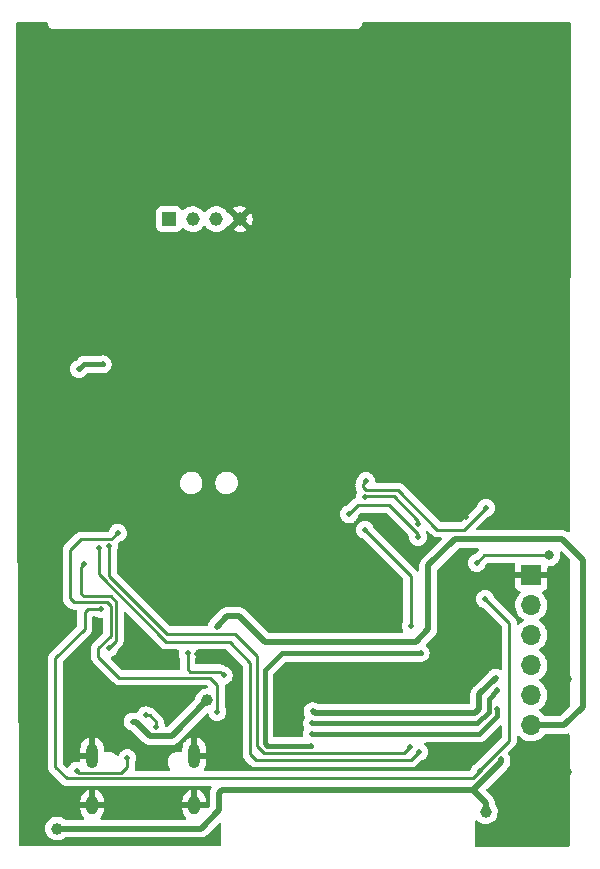
<source format=gbl>
G04 #@! TF.GenerationSoftware,KiCad,Pcbnew,6.0.11-2627ca5db0~126~ubuntu20.04.1*
G04 #@! TF.CreationDate,2023-02-16T11:57:51+01:00*
G04 #@! TF.ProjectId,C3-27-epaper-touch,43332d32-372d-4657-9061-7065722d746f,rev?*
G04 #@! TF.SameCoordinates,Original*
G04 #@! TF.FileFunction,Copper,L2,Bot*
G04 #@! TF.FilePolarity,Positive*
%FSLAX46Y46*%
G04 Gerber Fmt 4.6, Leading zero omitted, Abs format (unit mm)*
G04 Created by KiCad (PCBNEW 6.0.11-2627ca5db0~126~ubuntu20.04.1) date 2023-02-16 11:57:51*
%MOMM*%
%LPD*%
G01*
G04 APERTURE LIST*
G04 #@! TA.AperFunction,ComponentPad*
%ADD10O,1.000000X2.100000*%
G04 #@! TD*
G04 #@! TA.AperFunction,ComponentPad*
%ADD11O,1.000000X1.600000*%
G04 #@! TD*
G04 #@! TA.AperFunction,ComponentPad*
%ADD12R,1.150000X1.150000*%
G04 #@! TD*
G04 #@! TA.AperFunction,ComponentPad*
%ADD13C,1.150000*%
G04 #@! TD*
G04 #@! TA.AperFunction,ComponentPad*
%ADD14R,1.700000X1.700000*%
G04 #@! TD*
G04 #@! TA.AperFunction,ComponentPad*
%ADD15O,1.700000X1.700000*%
G04 #@! TD*
G04 #@! TA.AperFunction,ViaPad*
%ADD16C,0.500000*%
G04 #@! TD*
G04 #@! TA.AperFunction,ViaPad*
%ADD17C,1.000000*%
G04 #@! TD*
G04 #@! TA.AperFunction,ViaPad*
%ADD18C,0.800000*%
G04 #@! TD*
G04 #@! TA.AperFunction,Conductor*
%ADD19C,0.500000*%
G04 #@! TD*
G04 #@! TA.AperFunction,Conductor*
%ADD20C,0.400000*%
G04 #@! TD*
G04 #@! TA.AperFunction,Conductor*
%ADD21C,0.250000*%
G04 #@! TD*
G04 APERTURE END LIST*
D10*
X129120000Y-117620000D03*
D11*
X129120000Y-121800000D03*
X120480000Y-121800000D03*
D10*
X120480000Y-117620000D03*
D12*
X126971501Y-72200000D03*
D13*
X128971502Y-72200000D03*
X130971501Y-72200000D03*
X132971502Y-72200000D03*
D14*
X157650000Y-102350000D03*
D15*
X157650000Y-104890000D03*
X157650000Y-107430000D03*
X157650000Y-109970000D03*
X157650000Y-112510000D03*
X157650000Y-115050000D03*
D16*
X151350000Y-92025000D03*
D17*
X160270000Y-123250000D03*
D18*
X159750000Y-69950000D03*
D16*
X148050000Y-78275000D03*
X123900000Y-112100000D03*
D17*
X153810000Y-106130000D03*
X131930000Y-87340000D03*
D16*
X149300000Y-88300000D03*
X151000000Y-87150000D03*
X129330000Y-108990000D03*
X117900000Y-92100000D03*
D17*
X144740000Y-105900000D03*
D16*
X155000000Y-87050000D03*
D17*
X141024888Y-111455112D03*
X142154888Y-111455112D03*
X134090000Y-84520000D03*
D16*
X142600000Y-87250000D03*
D17*
X136360000Y-88140000D03*
D16*
X124575000Y-109300000D03*
D17*
X160570000Y-111110000D03*
X115450000Y-110220000D03*
D16*
X129960000Y-104020000D03*
X126850000Y-78800000D03*
X152150000Y-97400000D03*
X126275000Y-105275000D03*
D17*
X116100000Y-117800000D03*
X160570000Y-119050000D03*
X144730000Y-111430000D03*
D16*
X144725000Y-78250000D03*
D17*
X118800000Y-115075000D03*
D16*
X125525000Y-104325000D03*
X119350000Y-84900000D03*
X121350000Y-84500000D03*
D17*
X117500000Y-123800000D03*
X153800000Y-122410000D03*
D16*
X155100000Y-117950000D03*
X131600000Y-110830000D03*
X123900000Y-114750000D03*
X128550000Y-108970000D03*
D17*
X130200000Y-112950000D03*
D16*
X131000000Y-106730000D03*
X148080000Y-97990000D03*
X143590000Y-95750000D03*
X121040000Y-100060000D03*
X148150000Y-117300000D03*
X125900000Y-115200000D03*
X125000000Y-114225000D03*
X154770000Y-113720000D03*
X139090000Y-115780000D03*
X131080000Y-113950000D03*
X122650000Y-98750000D03*
X154770000Y-112100000D03*
X139080000Y-114900000D03*
X154630000Y-111030000D03*
X139130000Y-113880000D03*
X143650000Y-94400000D03*
X153800000Y-96650000D03*
X148270000Y-108960000D03*
X139040000Y-116780000D03*
X143550000Y-98500000D03*
X147440000Y-106650000D03*
X123450000Y-117850000D03*
X119150000Y-118900000D03*
X153730000Y-104360000D03*
X153325000Y-118925000D03*
X121200000Y-105200000D03*
X142200000Y-97200000D03*
X153030000Y-101310000D03*
X119800000Y-101425000D03*
X148040000Y-99110000D03*
X121900000Y-108500000D03*
D18*
X159170000Y-100680000D03*
D16*
X121925000Y-99875000D03*
X147350000Y-116900000D03*
D19*
X129650000Y-123800000D02*
X131200000Y-122250000D01*
X148900000Y-120500000D02*
X150250000Y-120500000D01*
X117500000Y-123800000D02*
X129650000Y-123800000D01*
X152690000Y-120500000D02*
X153800000Y-121610000D01*
X150250000Y-120500000D02*
X152750000Y-120500000D01*
X131500000Y-120500000D02*
X148900000Y-120500000D01*
X155100000Y-118150000D02*
X155100000Y-117950000D01*
X150250000Y-120500000D02*
X152690000Y-120500000D01*
D20*
X119350000Y-84900000D02*
X119750000Y-84500000D01*
D19*
X152750000Y-120500000D02*
X155100000Y-118150000D01*
X131200000Y-122250000D02*
X131200000Y-120800000D01*
D20*
X119750000Y-84500000D02*
X121350000Y-84500000D01*
D19*
X131200000Y-120800000D02*
X131500000Y-120500000D01*
X153800000Y-121610000D02*
X153800000Y-122410000D01*
X162020000Y-101040000D02*
X162020000Y-113480000D01*
X151150000Y-99310000D02*
X160290000Y-99310000D01*
D21*
X128780000Y-110540000D02*
X131310000Y-110540000D01*
D19*
X147870000Y-107990000D02*
X148930000Y-106930000D01*
X148930000Y-106930000D02*
X148930000Y-101530000D01*
X125350000Y-115950000D02*
X126250000Y-115950000D01*
X126250000Y-115950000D02*
X127200000Y-115950000D01*
X131900000Y-105830000D02*
X131000000Y-106730000D01*
D21*
X131310000Y-110540000D02*
X131600000Y-110830000D01*
D19*
X124550000Y-115150000D02*
X125350000Y-115950000D01*
X162020000Y-113480000D02*
X160450000Y-115050000D01*
X124150000Y-114750000D02*
X124550000Y-115150000D01*
X135100000Y-107990000D02*
X147870000Y-107990000D01*
X123900000Y-114750000D02*
X124150000Y-114750000D01*
X127200000Y-115950000D02*
X130200000Y-112950000D01*
D21*
X128550000Y-110310000D02*
X128780000Y-110540000D01*
D19*
X160290000Y-99310000D02*
X162020000Y-101040000D01*
X135100000Y-107990000D02*
X132940000Y-105830000D01*
X148930000Y-101530000D02*
X151150000Y-99310000D01*
X160450000Y-115050000D02*
X157650000Y-115050000D01*
X132940000Y-105830000D02*
X131900000Y-105830000D01*
D21*
X128550000Y-108970000D02*
X128550000Y-110310000D01*
X148080000Y-97990000D02*
X148080000Y-97730000D01*
X146030000Y-95680000D02*
X143660000Y-95680000D01*
X143660000Y-95680000D02*
X143590000Y-95750000D01*
X148080000Y-97730000D02*
X146030000Y-95680000D01*
X134350000Y-118000000D02*
X133850000Y-117500000D01*
X147450000Y-118000000D02*
X134350000Y-118000000D01*
X121040000Y-102290000D02*
X126750000Y-108000000D01*
X132100000Y-108000000D02*
X126750000Y-108000000D01*
X148150000Y-117300000D02*
X147450000Y-118000000D01*
X133850000Y-109750000D02*
X132100000Y-108000000D01*
X121040000Y-100060000D02*
X121040000Y-102290000D01*
X133850000Y-117500000D02*
X133850000Y-109750000D01*
X125900000Y-114775000D02*
X125350000Y-114225000D01*
X125350000Y-114225000D02*
X125000000Y-114225000D01*
X125900000Y-115200000D02*
X125900000Y-114775000D01*
D20*
X154770000Y-114270000D02*
X154770000Y-113720000D01*
X153260000Y-115780000D02*
X154770000Y-114270000D01*
X139090000Y-115780000D02*
X153260000Y-115780000D01*
D21*
X118900000Y-104625000D02*
X118600000Y-104325000D01*
X130465000Y-111025000D02*
X131080000Y-111640000D01*
X129850000Y-111025000D02*
X130465000Y-111025000D01*
X121725000Y-104625000D02*
X118900000Y-104625000D01*
X119550000Y-99300000D02*
X122100000Y-99300000D01*
X122100000Y-99300000D02*
X122650000Y-98750000D01*
X129850000Y-111025000D02*
X122775000Y-111025000D01*
X121000000Y-108550000D02*
X122050000Y-107500000D01*
X131080000Y-111640000D02*
X131080000Y-113950000D01*
X118600000Y-104325000D02*
X118600000Y-100250000D01*
D20*
X153080000Y-114900000D02*
X154030000Y-113950000D01*
D21*
X122775000Y-111025000D02*
X121000000Y-109250000D01*
X121000000Y-109250000D02*
X121000000Y-108550000D01*
X122050000Y-107500000D02*
X122050000Y-104950000D01*
D20*
X139080000Y-114900000D02*
X153080000Y-114900000D01*
D21*
X122050000Y-104950000D02*
X121725000Y-104625000D01*
D20*
X154030000Y-113950000D02*
X154030000Y-113190000D01*
D21*
X118600000Y-100250000D02*
X119550000Y-99300000D01*
D20*
X154030000Y-112840000D02*
X154770000Y-112100000D01*
X154030000Y-113190000D02*
X154030000Y-112840000D01*
D19*
X154630000Y-111030000D02*
X153260000Y-112400000D01*
X152860000Y-114050000D02*
X139300000Y-114050000D01*
X153260000Y-112400000D02*
X153260000Y-113350000D01*
X153260000Y-113350000D02*
X153260000Y-113650000D01*
X153260000Y-113650000D02*
X152860000Y-114050000D01*
X139300000Y-114050000D02*
X139130000Y-113880000D01*
D21*
X153800000Y-96650000D02*
X151950000Y-98500000D01*
X143400000Y-94650000D02*
X143650000Y-94400000D01*
X150500000Y-98500000D02*
X149700000Y-98500000D01*
X143400000Y-94900000D02*
X143400000Y-94650000D01*
X143650000Y-95150000D02*
X143400000Y-94900000D01*
X149700000Y-98500000D02*
X146350000Y-95150000D01*
X146350000Y-95150000D02*
X143650000Y-95150000D01*
X151950000Y-98500000D02*
X150500000Y-98500000D01*
D20*
X135100000Y-110410000D02*
X136550000Y-108960000D01*
X135100000Y-116600000D02*
X135100000Y-110410000D01*
X136550000Y-108960000D02*
X148270000Y-108960000D01*
X139040000Y-116780000D02*
X135280000Y-116780000D01*
X135280000Y-116780000D02*
X135100000Y-116600000D01*
D21*
X147450000Y-102400000D02*
X147325000Y-102275000D01*
X147440000Y-106650000D02*
X147440000Y-102390000D01*
X147440000Y-102390000D02*
X147325000Y-102275000D01*
X147325000Y-102275000D02*
X143550000Y-98500000D01*
X119350000Y-119100000D02*
X119150000Y-118900000D01*
X123450000Y-117850000D02*
X123450000Y-118600000D01*
X123450000Y-118600000D02*
X122950000Y-119100000D01*
X122950000Y-119100000D02*
X119350000Y-119100000D01*
X153325000Y-118925000D02*
X153325000Y-118825000D01*
X155420000Y-116730000D02*
X155800000Y-116350000D01*
X117350000Y-109390000D02*
X117350000Y-118600000D01*
X119840000Y-105485000D02*
X119840000Y-106900000D01*
X120125000Y-105200000D02*
X119840000Y-105485000D01*
X153325000Y-118825000D02*
X155420000Y-116730000D01*
X155800000Y-116350000D02*
X155800000Y-106430000D01*
X118300000Y-119550000D02*
X152700000Y-119550000D01*
X152700000Y-119550000D02*
X153325000Y-118925000D01*
X121200000Y-105200000D02*
X120125000Y-105200000D01*
X119840000Y-106900000D02*
X117350000Y-109390000D01*
X155800000Y-106430000D02*
X153730000Y-104360000D01*
X117350000Y-118600000D02*
X118300000Y-119550000D01*
X119750000Y-104150000D02*
X121725000Y-104150000D01*
X148040000Y-98850000D02*
X145630000Y-96440000D01*
X119550000Y-103950000D02*
X119750000Y-104150000D01*
X145630000Y-96440000D02*
X142960000Y-96440000D01*
X121725000Y-104150000D02*
X122050000Y-104150000D01*
X159170000Y-100680000D02*
X153660000Y-100680000D01*
X142960000Y-96440000D02*
X142200000Y-97200000D01*
X119550000Y-103310000D02*
X119550000Y-101675000D01*
X148040000Y-99110000D02*
X148040000Y-98850000D01*
X119550000Y-101675000D02*
X119800000Y-101425000D01*
X119550000Y-103310000D02*
X119550000Y-103950000D01*
X122050000Y-104150000D02*
X122500000Y-104600000D01*
X122500000Y-107900000D02*
X121900000Y-108500000D01*
X122500000Y-104600000D02*
X122500000Y-107900000D01*
X153660000Y-100680000D02*
X153030000Y-101310000D01*
X126800000Y-107300000D02*
X132550000Y-107300000D01*
X121925000Y-99875000D02*
X121925000Y-102425000D01*
X121925000Y-102425000D02*
X126800000Y-107300000D01*
X134450000Y-116800000D02*
X135050000Y-117400000D01*
X134450000Y-109200000D02*
X134450000Y-116800000D01*
X146850000Y-117400000D02*
X147350000Y-116900000D01*
X135050000Y-117400000D02*
X146850000Y-117400000D01*
X132550000Y-107300000D02*
X134450000Y-109200000D01*
G04 #@! TA.AperFunction,Conductor*
G36*
X160880180Y-115785405D02*
G01*
X160911449Y-115849145D01*
X160913276Y-115870697D01*
X160900176Y-125224176D01*
X160880078Y-125292269D01*
X160826358Y-125338687D01*
X160774176Y-125350000D01*
X152977162Y-125350000D01*
X152909041Y-125329998D01*
X152862548Y-125276342D01*
X152851167Y-125222844D01*
X152869596Y-123214043D01*
X152890222Y-123146109D01*
X152944302Y-123100110D01*
X153014666Y-123090651D01*
X153077252Y-123119244D01*
X153221650Y-123242136D01*
X153394294Y-123338624D01*
X153582392Y-123399740D01*
X153778777Y-123423158D01*
X153784912Y-123422686D01*
X153784914Y-123422686D01*
X153969830Y-123408457D01*
X153969834Y-123408456D01*
X153975972Y-123407984D01*
X154166463Y-123354798D01*
X154171967Y-123352018D01*
X154171969Y-123352017D01*
X154337495Y-123268404D01*
X154337497Y-123268403D01*
X154342996Y-123265625D01*
X154498847Y-123143861D01*
X154628078Y-122994145D01*
X154725769Y-122822179D01*
X154788197Y-122634513D01*
X154812985Y-122438295D01*
X154813380Y-122410000D01*
X154794080Y-122213167D01*
X154736916Y-122023831D01*
X154644066Y-121849204D01*
X154586857Y-121779059D01*
X154559303Y-121713627D01*
X154558500Y-121699423D01*
X154558500Y-121677070D01*
X154559933Y-121658120D01*
X154562099Y-121643885D01*
X154562099Y-121643881D01*
X154563199Y-121636651D01*
X154558915Y-121583982D01*
X154558500Y-121573767D01*
X154558500Y-121565707D01*
X154555211Y-121537493D01*
X154554778Y-121533118D01*
X154549454Y-121467661D01*
X154549453Y-121467658D01*
X154548860Y-121460363D01*
X154546604Y-121453399D01*
X154545413Y-121447440D01*
X154544029Y-121441585D01*
X154543182Y-121434319D01*
X154518265Y-121365673D01*
X154516848Y-121361545D01*
X154496607Y-121299064D01*
X154496606Y-121299062D01*
X154494351Y-121292101D01*
X154490555Y-121285846D01*
X154488049Y-121280372D01*
X154485330Y-121274942D01*
X154482833Y-121268063D01*
X154442814Y-121207024D01*
X154440467Y-121203305D01*
X154402595Y-121140893D01*
X154395197Y-121132516D01*
X154395224Y-121132492D01*
X154392571Y-121129500D01*
X154389868Y-121126267D01*
X154385856Y-121120148D01*
X154329617Y-121066872D01*
X154327175Y-121064494D01*
X153881776Y-120619095D01*
X153847750Y-120556783D01*
X153852815Y-120485968D01*
X153881776Y-120440905D01*
X155588911Y-118733770D01*
X155603323Y-118721384D01*
X155614918Y-118712851D01*
X155614923Y-118712846D01*
X155620818Y-118708508D01*
X155625557Y-118702930D01*
X155625560Y-118702927D01*
X155655035Y-118668232D01*
X155661965Y-118660716D01*
X155667660Y-118655021D01*
X155676545Y-118643791D01*
X155685281Y-118632749D01*
X155688072Y-118629345D01*
X155730591Y-118579297D01*
X155730592Y-118579295D01*
X155735333Y-118573715D01*
X155738661Y-118567199D01*
X155742028Y-118562150D01*
X155745195Y-118557021D01*
X155749734Y-118551284D01*
X155780655Y-118485125D01*
X155782561Y-118481225D01*
X155783922Y-118478559D01*
X155815769Y-118416192D01*
X155817508Y-118409083D01*
X155819604Y-118403449D01*
X155821523Y-118397679D01*
X155824622Y-118391050D01*
X155828072Y-118374468D01*
X155839490Y-118319571D01*
X155840461Y-118315282D01*
X155842945Y-118305132D01*
X155857808Y-118244390D01*
X155858358Y-118235534D01*
X155858500Y-118233236D01*
X155858535Y-118233238D01*
X155858775Y-118229266D01*
X155859152Y-118225045D01*
X155860641Y-118217885D01*
X155858546Y-118140458D01*
X155858500Y-118137050D01*
X155858500Y-118012151D01*
X155859726Y-117994615D01*
X155862452Y-117975221D01*
X155862452Y-117975218D01*
X155863001Y-117971313D01*
X155863299Y-117950000D01*
X155858617Y-117908258D01*
X155858500Y-117906883D01*
X155858500Y-117905707D01*
X155854040Y-117867452D01*
X155844331Y-117780892D01*
X155843756Y-117779240D01*
X155843182Y-117774319D01*
X155815393Y-117697765D01*
X155814880Y-117696322D01*
X155811944Y-117687891D01*
X155788368Y-117620189D01*
X155786300Y-117616878D01*
X155785332Y-117614945D01*
X155782833Y-117608063D01*
X155740041Y-117542794D01*
X155738575Y-117540503D01*
X155702015Y-117481994D01*
X155682879Y-117413625D01*
X155703745Y-117345764D01*
X155719774Y-117326130D01*
X156192247Y-116853657D01*
X156200537Y-116846113D01*
X156207018Y-116842000D01*
X156253659Y-116792332D01*
X156256413Y-116789491D01*
X156276134Y-116769770D01*
X156278612Y-116766575D01*
X156286318Y-116757553D01*
X156311158Y-116731101D01*
X156316586Y-116725321D01*
X156325814Y-116708535D01*
X156326346Y-116707568D01*
X156337199Y-116691045D01*
X156338405Y-116689490D01*
X156349613Y-116675041D01*
X156367176Y-116634457D01*
X156372383Y-116623827D01*
X156393695Y-116585060D01*
X156395666Y-116577383D01*
X156395668Y-116577378D01*
X156398732Y-116565442D01*
X156405138Y-116546730D01*
X156405802Y-116545197D01*
X156413181Y-116528145D01*
X156414421Y-116520317D01*
X156414423Y-116520310D01*
X156420099Y-116484476D01*
X156422505Y-116472856D01*
X156431528Y-116437711D01*
X156431528Y-116437710D01*
X156433500Y-116430030D01*
X156433500Y-116409776D01*
X156435051Y-116390065D01*
X156436980Y-116377886D01*
X156438220Y-116370057D01*
X156434059Y-116326038D01*
X156433500Y-116314181D01*
X156433500Y-116058512D01*
X156453502Y-115990391D01*
X156507158Y-115943898D01*
X156577432Y-115933794D01*
X156642012Y-115963288D01*
X156654735Y-115976012D01*
X156696250Y-116023938D01*
X156868126Y-116166632D01*
X157061000Y-116279338D01*
X157269692Y-116359030D01*
X157274760Y-116360061D01*
X157274763Y-116360062D01*
X157382017Y-116381883D01*
X157488597Y-116403567D01*
X157493772Y-116403757D01*
X157493774Y-116403757D01*
X157706673Y-116411564D01*
X157706677Y-116411564D01*
X157711837Y-116411753D01*
X157716957Y-116411097D01*
X157716959Y-116411097D01*
X157928288Y-116384025D01*
X157928289Y-116384025D01*
X157933416Y-116383368D01*
X157938366Y-116381883D01*
X158142429Y-116320661D01*
X158142434Y-116320659D01*
X158147384Y-116319174D01*
X158347994Y-116220896D01*
X158529860Y-116091173D01*
X158688096Y-115933489D01*
X158740203Y-115860974D01*
X158796198Y-115817326D01*
X158842526Y-115808500D01*
X160382930Y-115808500D01*
X160401880Y-115809933D01*
X160416115Y-115812099D01*
X160416119Y-115812099D01*
X160423349Y-115813199D01*
X160430641Y-115812606D01*
X160430644Y-115812606D01*
X160476018Y-115808915D01*
X160486233Y-115808500D01*
X160494293Y-115808500D01*
X160507583Y-115806951D01*
X160522507Y-115805211D01*
X160526882Y-115804778D01*
X160592339Y-115799454D01*
X160592342Y-115799453D01*
X160599637Y-115798860D01*
X160606601Y-115796604D01*
X160612560Y-115795413D01*
X160618415Y-115794029D01*
X160625681Y-115793182D01*
X160694327Y-115768265D01*
X160698456Y-115766848D01*
X160748446Y-115750654D01*
X160819415Y-115748689D01*
X160880180Y-115785405D01*
G37*
G04 #@! TD.AperFunction*
G04 #@! TA.AperFunction,Conductor*
G36*
X116633358Y-55528502D02*
G01*
X116679851Y-55582158D01*
X116691235Y-55635270D01*
X116691024Y-55669721D01*
X116693491Y-55678352D01*
X116699150Y-55698153D01*
X116702728Y-55714915D01*
X116706920Y-55744187D01*
X116710634Y-55752355D01*
X116710634Y-55752356D01*
X116717548Y-55767562D01*
X116723996Y-55785086D01*
X116731051Y-55809771D01*
X116735843Y-55817365D01*
X116735844Y-55817368D01*
X116746830Y-55834780D01*
X116754969Y-55849863D01*
X116767208Y-55876782D01*
X116773069Y-55883584D01*
X116783970Y-55896235D01*
X116795073Y-55911239D01*
X116808776Y-55932958D01*
X116815501Y-55938897D01*
X116815504Y-55938901D01*
X116830938Y-55952532D01*
X116842982Y-55964724D01*
X116856427Y-55980327D01*
X116856430Y-55980329D01*
X116862287Y-55987127D01*
X116869816Y-55992007D01*
X116869817Y-55992008D01*
X116883835Y-56001094D01*
X116898709Y-56012385D01*
X116911217Y-56023431D01*
X116917951Y-56029378D01*
X116944711Y-56041942D01*
X116959691Y-56050263D01*
X116976983Y-56061471D01*
X116976988Y-56061473D01*
X116984515Y-56066352D01*
X116993108Y-56068922D01*
X116993113Y-56068924D01*
X117009120Y-56073711D01*
X117026564Y-56080372D01*
X117041676Y-56087467D01*
X117041678Y-56087468D01*
X117049800Y-56091281D01*
X117058667Y-56092662D01*
X117058668Y-56092662D01*
X117061353Y-56093080D01*
X117079017Y-56095830D01*
X117095732Y-56099613D01*
X117115466Y-56105515D01*
X117115472Y-56105516D01*
X117124066Y-56108086D01*
X117133037Y-56108141D01*
X117133038Y-56108141D01*
X117143097Y-56108202D01*
X117158506Y-56108296D01*
X117159289Y-56108329D01*
X117160386Y-56108500D01*
X117191377Y-56108500D01*
X117192147Y-56108502D01*
X117265785Y-56108952D01*
X117265786Y-56108952D01*
X117269721Y-56108976D01*
X117271065Y-56108592D01*
X117272410Y-56108500D01*
X142811377Y-56108500D01*
X142812148Y-56108502D01*
X142889721Y-56108976D01*
X142918152Y-56100850D01*
X142934915Y-56097272D01*
X142935753Y-56097152D01*
X142964187Y-56093080D01*
X142987564Y-56082451D01*
X143005087Y-56076004D01*
X143029771Y-56068949D01*
X143037365Y-56064157D01*
X143037368Y-56064156D01*
X143054780Y-56053170D01*
X143069865Y-56045030D01*
X143096782Y-56032792D01*
X143116235Y-56016030D01*
X143131239Y-56004927D01*
X143152958Y-55991224D01*
X143158897Y-55984499D01*
X143158901Y-55984496D01*
X143172532Y-55969062D01*
X143184724Y-55957018D01*
X143200327Y-55943573D01*
X143200329Y-55943570D01*
X143207127Y-55937713D01*
X143221094Y-55916165D01*
X143232385Y-55901291D01*
X143243431Y-55888783D01*
X143243432Y-55888782D01*
X143249378Y-55882049D01*
X143261943Y-55855287D01*
X143270263Y-55840309D01*
X143281471Y-55823017D01*
X143281473Y-55823012D01*
X143286352Y-55815485D01*
X143288922Y-55806892D01*
X143288924Y-55806887D01*
X143293711Y-55790880D01*
X143300372Y-55773436D01*
X143307467Y-55758324D01*
X143307468Y-55758322D01*
X143311281Y-55750200D01*
X143315830Y-55720983D01*
X143319613Y-55704268D01*
X143325515Y-55684534D01*
X143325516Y-55684528D01*
X143328086Y-55675934D01*
X143328296Y-55641494D01*
X143328329Y-55640711D01*
X143328500Y-55639614D01*
X143328500Y-55634500D01*
X143328603Y-55634148D01*
X143328671Y-55632531D01*
X143328877Y-55629874D01*
X143329836Y-55629948D01*
X143348502Y-55566379D01*
X143402158Y-55519886D01*
X143454500Y-55508500D01*
X160871640Y-55508500D01*
X160939761Y-55528502D01*
X160986254Y-55582158D01*
X160997640Y-55634676D01*
X160997032Y-56068924D01*
X160937475Y-98592568D01*
X160917378Y-98660658D01*
X160863658Y-98707076D01*
X160793370Y-98717081D01*
X160729896Y-98688413D01*
X160719297Y-98679409D01*
X160719295Y-98679408D01*
X160713715Y-98674667D01*
X160707199Y-98671339D01*
X160702150Y-98667972D01*
X160697021Y-98664805D01*
X160691284Y-98660266D01*
X160625125Y-98629345D01*
X160621225Y-98627439D01*
X160593704Y-98613386D01*
X160556192Y-98594231D01*
X160549084Y-98592492D01*
X160543441Y-98590393D01*
X160537678Y-98588476D01*
X160531050Y-98585378D01*
X160459583Y-98570513D01*
X160455299Y-98569543D01*
X160384390Y-98552192D01*
X160378788Y-98551844D01*
X160378785Y-98551844D01*
X160373236Y-98551500D01*
X160373238Y-98551464D01*
X160369245Y-98551225D01*
X160365053Y-98550851D01*
X160357885Y-98549360D01*
X160291675Y-98551151D01*
X160280479Y-98551454D01*
X160277072Y-98551500D01*
X153098594Y-98551500D01*
X153030473Y-98531498D01*
X152983980Y-98477842D01*
X152973876Y-98407568D01*
X153003370Y-98342988D01*
X153009499Y-98336405D01*
X153924259Y-97421645D01*
X153974417Y-97390907D01*
X154108625Y-97347300D01*
X154115322Y-97345124D01*
X154261490Y-97257990D01*
X154266584Y-97253139D01*
X154266588Y-97253136D01*
X154340921Y-97182349D01*
X154384721Y-97140639D01*
X154404809Y-97110405D01*
X154431806Y-97069771D01*
X154478891Y-96998902D01*
X154539319Y-96839825D01*
X154563001Y-96671313D01*
X154563299Y-96650000D01*
X154544331Y-96480892D01*
X154488368Y-96320189D01*
X154482383Y-96310610D01*
X154460420Y-96275464D01*
X154398192Y-96175879D01*
X154278286Y-96055132D01*
X154262039Y-96044821D01*
X154204952Y-96008593D01*
X154134608Y-95963951D01*
X153974300Y-95906868D01*
X153805329Y-95886720D01*
X153798326Y-95887456D01*
X153798325Y-95887456D01*
X153643101Y-95903770D01*
X153643097Y-95903771D01*
X153636093Y-95904507D01*
X153629422Y-95906778D01*
X153481673Y-95957075D01*
X153481670Y-95957076D01*
X153475003Y-95959346D01*
X153469005Y-95963036D01*
X153469003Y-95963037D01*
X153336065Y-96044821D01*
X153336063Y-96044823D01*
X153330066Y-96048512D01*
X153208486Y-96167573D01*
X153116304Y-96310610D01*
X153058103Y-96470516D01*
X153058043Y-96470993D01*
X153025994Y-96528102D01*
X151724500Y-97829595D01*
X151662188Y-97863621D01*
X151635405Y-97866500D01*
X150014595Y-97866500D01*
X149946474Y-97846498D01*
X149925500Y-97829595D01*
X146853652Y-94757747D01*
X146846112Y-94749461D01*
X146842000Y-94742982D01*
X146792348Y-94696356D01*
X146789507Y-94693602D01*
X146769770Y-94673865D01*
X146766573Y-94671385D01*
X146757551Y-94663680D01*
X146731100Y-94638841D01*
X146725321Y-94633414D01*
X146718375Y-94629595D01*
X146718372Y-94629593D01*
X146707566Y-94623652D01*
X146691047Y-94612801D01*
X146687352Y-94609935D01*
X146675041Y-94600386D01*
X146667772Y-94597241D01*
X146667768Y-94597238D01*
X146634463Y-94582826D01*
X146623813Y-94577609D01*
X146585060Y-94556305D01*
X146565437Y-94551267D01*
X146546734Y-94544863D01*
X146535420Y-94539967D01*
X146535419Y-94539967D01*
X146528145Y-94536819D01*
X146520322Y-94535580D01*
X146520312Y-94535577D01*
X146484476Y-94529901D01*
X146472856Y-94527495D01*
X146437711Y-94518472D01*
X146437710Y-94518472D01*
X146430030Y-94516500D01*
X146409776Y-94516500D01*
X146390065Y-94514949D01*
X146377886Y-94513020D01*
X146370057Y-94511780D01*
X146362165Y-94512526D01*
X146326039Y-94515941D01*
X146314181Y-94516500D01*
X144538736Y-94516500D01*
X144470615Y-94496498D01*
X144424122Y-94442842D01*
X144413691Y-94399956D01*
X144413299Y-94400000D01*
X144410630Y-94376198D01*
X144395116Y-94237891D01*
X144394331Y-94230892D01*
X144338368Y-94070189D01*
X144332383Y-94060610D01*
X144310420Y-94025464D01*
X144248192Y-93925879D01*
X144128286Y-93805132D01*
X144112039Y-93794821D01*
X144026149Y-93740314D01*
X143984608Y-93713951D01*
X143824300Y-93656868D01*
X143655329Y-93636720D01*
X143648326Y-93637456D01*
X143648325Y-93637456D01*
X143493101Y-93653770D01*
X143493097Y-93653771D01*
X143486093Y-93654507D01*
X143479422Y-93656778D01*
X143331673Y-93707075D01*
X143331670Y-93707076D01*
X143325003Y-93709346D01*
X143319005Y-93713036D01*
X143319003Y-93713037D01*
X143186065Y-93794821D01*
X143186063Y-93794823D01*
X143180066Y-93798512D01*
X143058486Y-93917573D01*
X143054675Y-93923487D01*
X143054673Y-93923489D01*
X142987247Y-94028113D01*
X142966304Y-94060610D01*
X142908103Y-94220516D01*
X142907230Y-94227430D01*
X142887317Y-94270522D01*
X142883414Y-94274679D01*
X142879598Y-94281620D01*
X142879593Y-94281627D01*
X142873652Y-94292434D01*
X142862801Y-94308953D01*
X142850386Y-94324959D01*
X142847241Y-94332228D01*
X142847238Y-94332232D01*
X142832826Y-94365537D01*
X142827609Y-94376187D01*
X142806305Y-94414940D01*
X142804334Y-94422615D01*
X142804334Y-94422616D01*
X142801267Y-94434562D01*
X142794863Y-94453266D01*
X142786819Y-94471855D01*
X142785580Y-94479678D01*
X142785577Y-94479688D01*
X142779901Y-94515524D01*
X142777495Y-94527144D01*
X142775330Y-94535577D01*
X142766500Y-94569970D01*
X142766500Y-94590224D01*
X142764949Y-94609934D01*
X142761780Y-94629943D01*
X142762526Y-94637835D01*
X142765941Y-94673961D01*
X142766500Y-94685819D01*
X142766500Y-94821233D01*
X142765973Y-94832416D01*
X142764298Y-94839909D01*
X142764547Y-94847835D01*
X142764547Y-94847836D01*
X142766438Y-94907986D01*
X142766500Y-94911945D01*
X142766500Y-94939856D01*
X142766997Y-94943790D01*
X142766997Y-94943791D01*
X142767005Y-94943856D01*
X142767938Y-94955693D01*
X142769327Y-94999889D01*
X142774978Y-95019339D01*
X142778987Y-95038700D01*
X142781526Y-95058797D01*
X142784445Y-95066168D01*
X142784445Y-95066170D01*
X142797804Y-95099912D01*
X142801649Y-95111142D01*
X142811771Y-95145983D01*
X142813982Y-95153593D01*
X142818015Y-95160412D01*
X142818017Y-95160417D01*
X142824293Y-95171028D01*
X142832988Y-95188776D01*
X142840448Y-95207617D01*
X142845110Y-95214033D01*
X142845110Y-95214034D01*
X142866436Y-95243387D01*
X142872952Y-95253307D01*
X142895458Y-95291362D01*
X142894087Y-95292173D01*
X142916696Y-95349755D01*
X142905305Y-95410246D01*
X142906304Y-95410610D01*
X142848103Y-95570516D01*
X142826775Y-95739343D01*
X142823712Y-95738956D01*
X142806793Y-95793723D01*
X142752490Y-95839458D01*
X142736916Y-95845117D01*
X142714023Y-95851769D01*
X142714021Y-95851770D01*
X142706407Y-95853982D01*
X142699585Y-95858016D01*
X142699579Y-95858019D01*
X142688968Y-95864294D01*
X142671218Y-95872990D01*
X142659756Y-95877528D01*
X142659751Y-95877531D01*
X142652383Y-95880448D01*
X142634970Y-95893099D01*
X142616625Y-95906427D01*
X142606707Y-95912943D01*
X142588019Y-95923995D01*
X142568637Y-95935458D01*
X142554313Y-95949782D01*
X142539281Y-95962621D01*
X142522893Y-95974528D01*
X142494712Y-96008593D01*
X142486722Y-96017373D01*
X142077287Y-96426808D01*
X142028798Y-96456990D01*
X141978133Y-96474238D01*
X141881673Y-96507075D01*
X141881670Y-96507076D01*
X141875003Y-96509346D01*
X141869005Y-96513036D01*
X141869003Y-96513037D01*
X141736065Y-96594821D01*
X141736063Y-96594823D01*
X141730066Y-96598512D01*
X141608486Y-96717573D01*
X141604675Y-96723487D01*
X141604673Y-96723489D01*
X141529699Y-96839825D01*
X141516304Y-96860610D01*
X141458103Y-97020516D01*
X141436775Y-97189343D01*
X141453381Y-97358699D01*
X141507094Y-97520167D01*
X141510741Y-97526189D01*
X141510742Y-97526191D01*
X141524497Y-97548902D01*
X141595246Y-97665723D01*
X141713455Y-97788132D01*
X141855846Y-97881310D01*
X141862450Y-97883766D01*
X141862452Y-97883767D01*
X141935594Y-97910968D01*
X142015341Y-97940626D01*
X142184015Y-97963132D01*
X142191026Y-97962494D01*
X142191030Y-97962494D01*
X142346462Y-97948348D01*
X142353483Y-97947709D01*
X142360185Y-97945531D01*
X142360187Y-97945531D01*
X142508623Y-97897301D01*
X142508626Y-97897300D01*
X142515322Y-97895124D01*
X142661490Y-97807990D01*
X142666584Y-97803139D01*
X142666588Y-97803136D01*
X142736331Y-97736720D01*
X142784721Y-97690639D01*
X142878891Y-97548902D01*
X142939319Y-97389825D01*
X142940299Y-97382848D01*
X142941138Y-97379582D01*
X142974085Y-97321819D01*
X143185499Y-97110405D01*
X143247811Y-97076379D01*
X143274594Y-97073500D01*
X145315406Y-97073500D01*
X145383527Y-97093502D01*
X145404501Y-97110405D01*
X147246213Y-98952117D01*
X147280239Y-99014429D01*
X147282124Y-99057002D01*
X147276775Y-99099343D01*
X147293381Y-99268699D01*
X147347094Y-99430167D01*
X147350741Y-99436189D01*
X147350742Y-99436191D01*
X147383880Y-99490907D01*
X147435246Y-99575723D01*
X147553455Y-99698132D01*
X147695846Y-99791310D01*
X147702450Y-99793766D01*
X147702452Y-99793767D01*
X147738844Y-99807301D01*
X147855341Y-99850626D01*
X148024015Y-99873132D01*
X148031026Y-99872494D01*
X148031030Y-99872494D01*
X148186462Y-99858348D01*
X148193483Y-99857709D01*
X148200185Y-99855531D01*
X148200187Y-99855531D01*
X148348623Y-99807301D01*
X148348626Y-99807300D01*
X148355322Y-99805124D01*
X148501490Y-99717990D01*
X148506584Y-99713139D01*
X148506588Y-99713136D01*
X148584563Y-99638881D01*
X148624721Y-99600639D01*
X148718891Y-99458902D01*
X148779319Y-99299825D01*
X148803001Y-99131313D01*
X148803158Y-99120097D01*
X148803244Y-99113961D01*
X148803244Y-99113955D01*
X148803299Y-99110000D01*
X148784331Y-98940892D01*
X148728368Y-98780189D01*
X148724635Y-98774215D01*
X148724633Y-98774211D01*
X148721534Y-98769252D01*
X148702397Y-98700883D01*
X148723261Y-98633022D01*
X148777502Y-98587213D01*
X148847899Y-98578001D01*
X148912100Y-98608311D01*
X148917482Y-98613386D01*
X149196343Y-98892247D01*
X149203887Y-98900537D01*
X149208000Y-98907018D01*
X149213777Y-98912443D01*
X149257667Y-98953658D01*
X149260509Y-98956413D01*
X149280230Y-98976134D01*
X149283425Y-98978612D01*
X149292447Y-98986318D01*
X149324679Y-99016586D01*
X149331628Y-99020406D01*
X149342432Y-99026346D01*
X149358956Y-99037199D01*
X149374959Y-99049613D01*
X149415543Y-99067176D01*
X149426173Y-99072383D01*
X149464940Y-99093695D01*
X149472617Y-99095666D01*
X149472622Y-99095668D01*
X149484558Y-99098732D01*
X149503266Y-99105137D01*
X149521855Y-99113181D01*
X149529680Y-99114420D01*
X149529682Y-99114421D01*
X149565519Y-99120097D01*
X149577140Y-99122504D01*
X149611452Y-99131313D01*
X149619970Y-99133500D01*
X149640231Y-99133500D01*
X149659940Y-99135051D01*
X149679943Y-99138219D01*
X149687835Y-99137473D01*
X149693062Y-99136979D01*
X149723954Y-99134059D01*
X149735811Y-99133500D01*
X149949629Y-99133500D01*
X150017750Y-99153502D01*
X150064243Y-99207158D01*
X150074347Y-99277432D01*
X150044853Y-99342012D01*
X150038724Y-99348595D01*
X148441089Y-100946230D01*
X148426677Y-100958616D01*
X148415082Y-100967149D01*
X148415077Y-100967154D01*
X148409182Y-100971492D01*
X148404443Y-100977070D01*
X148404440Y-100977073D01*
X148374965Y-101011768D01*
X148368035Y-101019284D01*
X148362340Y-101024979D01*
X148360060Y-101027861D01*
X148344719Y-101047251D01*
X148341928Y-101050655D01*
X148317815Y-101079038D01*
X148294667Y-101106285D01*
X148291339Y-101112801D01*
X148287972Y-101117850D01*
X148284805Y-101122979D01*
X148280266Y-101128716D01*
X148249345Y-101194875D01*
X148247442Y-101198769D01*
X148214231Y-101263808D01*
X148212492Y-101270916D01*
X148210393Y-101276559D01*
X148208476Y-101282322D01*
X148205378Y-101288950D01*
X148190836Y-101358866D01*
X148190514Y-101360412D01*
X148189544Y-101364696D01*
X148172192Y-101435610D01*
X148171500Y-101446764D01*
X148171464Y-101446762D01*
X148171225Y-101450755D01*
X148170851Y-101454947D01*
X148169360Y-101462115D01*
X148169558Y-101469432D01*
X148171454Y-101539521D01*
X148171500Y-101542928D01*
X148171500Y-101921945D01*
X148151498Y-101990066D01*
X148097842Y-102036559D01*
X148027568Y-102046663D01*
X147962988Y-102017169D01*
X147954730Y-102008450D01*
X147954542Y-102008638D01*
X147930218Y-101984314D01*
X147917383Y-101969287D01*
X147905472Y-101952893D01*
X147871408Y-101924713D01*
X147862627Y-101916723D01*
X147744770Y-101798865D01*
X144324104Y-98378199D01*
X144294209Y-98330542D01*
X144274341Y-98273489D01*
X144238368Y-98170189D01*
X144232383Y-98160610D01*
X144210420Y-98125464D01*
X144148192Y-98025879D01*
X144129314Y-98006868D01*
X144033248Y-97910129D01*
X144028286Y-97905132D01*
X144015947Y-97897301D01*
X143962875Y-97863621D01*
X143884608Y-97813951D01*
X143724300Y-97756868D01*
X143555329Y-97736720D01*
X143548326Y-97737456D01*
X143548325Y-97737456D01*
X143393101Y-97753770D01*
X143393097Y-97753771D01*
X143386093Y-97754507D01*
X143379422Y-97756778D01*
X143231673Y-97807075D01*
X143231670Y-97807076D01*
X143225003Y-97809346D01*
X143219005Y-97813036D01*
X143219003Y-97813037D01*
X143086065Y-97894821D01*
X143086063Y-97894823D01*
X143080066Y-97898512D01*
X142958486Y-98017573D01*
X142954675Y-98023487D01*
X142954673Y-98023489D01*
X142876479Y-98144821D01*
X142866304Y-98160610D01*
X142863894Y-98167232D01*
X142824350Y-98275879D01*
X142808103Y-98320516D01*
X142786775Y-98489343D01*
X142803381Y-98658699D01*
X142857094Y-98820167D01*
X142860741Y-98826189D01*
X142860742Y-98826191D01*
X142939608Y-98956413D01*
X142945246Y-98965723D01*
X143063455Y-99088132D01*
X143205846Y-99181310D01*
X143212450Y-99183766D01*
X143212452Y-99183767D01*
X143275349Y-99207158D01*
X143365341Y-99240626D01*
X143370257Y-99241282D01*
X143428111Y-99274015D01*
X146769595Y-102615499D01*
X146803621Y-102677811D01*
X146806500Y-102704594D01*
X146806500Y-106195638D01*
X146786411Y-106263893D01*
X146781318Y-106271797D01*
X146764560Y-106297800D01*
X146756304Y-106310610D01*
X146698103Y-106470516D01*
X146676775Y-106639343D01*
X146693381Y-106808699D01*
X146747094Y-106970167D01*
X146750741Y-106976189D01*
X146750742Y-106976191D01*
X146789525Y-107040229D01*
X146807704Y-107108858D01*
X146785894Y-107176422D01*
X146731018Y-107221468D01*
X146681749Y-107231500D01*
X135466371Y-107231500D01*
X135398250Y-107211498D01*
X135377276Y-107194595D01*
X133523770Y-105341089D01*
X133511384Y-105326677D01*
X133502851Y-105315082D01*
X133502846Y-105315077D01*
X133498508Y-105309182D01*
X133492930Y-105304443D01*
X133492927Y-105304440D01*
X133458232Y-105274965D01*
X133450716Y-105268035D01*
X133445021Y-105262340D01*
X133437675Y-105256528D01*
X133422749Y-105244719D01*
X133419345Y-105241928D01*
X133369297Y-105199409D01*
X133369295Y-105199408D01*
X133363715Y-105194667D01*
X133357199Y-105191339D01*
X133352150Y-105187972D01*
X133347021Y-105184805D01*
X133341284Y-105180266D01*
X133275125Y-105149345D01*
X133271225Y-105147439D01*
X133206192Y-105114231D01*
X133199084Y-105112492D01*
X133193441Y-105110393D01*
X133187678Y-105108476D01*
X133181050Y-105105378D01*
X133172541Y-105103608D01*
X133109588Y-105090514D01*
X133105299Y-105089543D01*
X133087824Y-105085267D01*
X133034390Y-105072192D01*
X133028788Y-105071844D01*
X133028785Y-105071844D01*
X133023236Y-105071500D01*
X133023238Y-105071464D01*
X133019245Y-105071225D01*
X133015053Y-105070851D01*
X133007885Y-105069360D01*
X132944120Y-105071085D01*
X132930479Y-105071454D01*
X132927072Y-105071500D01*
X131967069Y-105071500D01*
X131948121Y-105070067D01*
X131940780Y-105068950D01*
X131933883Y-105067901D01*
X131933881Y-105067901D01*
X131926651Y-105066801D01*
X131919359Y-105067394D01*
X131919356Y-105067394D01*
X131873982Y-105071085D01*
X131863767Y-105071500D01*
X131855707Y-105071500D01*
X131842417Y-105073049D01*
X131827493Y-105074789D01*
X131823118Y-105075222D01*
X131757661Y-105080546D01*
X131757658Y-105080547D01*
X131750363Y-105081140D01*
X131743399Y-105083396D01*
X131737440Y-105084587D01*
X131731585Y-105085971D01*
X131724319Y-105086818D01*
X131655673Y-105111735D01*
X131651545Y-105113152D01*
X131589064Y-105133393D01*
X131589062Y-105133394D01*
X131582101Y-105135649D01*
X131575846Y-105139445D01*
X131570372Y-105141951D01*
X131564942Y-105144670D01*
X131558063Y-105147167D01*
X131497016Y-105187191D01*
X131493327Y-105189518D01*
X131477028Y-105199409D01*
X131435693Y-105224491D01*
X131435688Y-105224495D01*
X131430892Y-105227405D01*
X131422516Y-105234803D01*
X131422493Y-105234777D01*
X131419503Y-105237426D01*
X131416264Y-105240134D01*
X131410148Y-105244144D01*
X131405121Y-105249451D01*
X131405117Y-105249454D01*
X131356872Y-105300383D01*
X131354494Y-105302825D01*
X130469803Y-106187516D01*
X130468866Y-106188444D01*
X130408486Y-106247573D01*
X130404668Y-106253498D01*
X130404665Y-106253501D01*
X130385528Y-106283194D01*
X130378432Y-106293115D01*
X130372084Y-106301139D01*
X130350266Y-106328716D01*
X130338237Y-106354454D01*
X130330004Y-106369351D01*
X130316304Y-106390610D01*
X130313894Y-106397232D01*
X130300481Y-106434084D01*
X130296235Y-106444324D01*
X130275378Y-106488950D01*
X130270871Y-106510621D01*
X130270384Y-106512961D01*
X130265425Y-106530398D01*
X130260512Y-106543896D01*
X130260511Y-106543901D01*
X130258103Y-106550516D01*
X130257220Y-106557504D01*
X130255564Y-106564350D01*
X130254023Y-106563977D01*
X130228989Y-106621372D01*
X130169928Y-106660771D01*
X130132367Y-106666500D01*
X127114594Y-106666500D01*
X127046473Y-106646498D01*
X127025499Y-106629595D01*
X122595405Y-102199500D01*
X122561379Y-102137188D01*
X122558500Y-102110405D01*
X122558500Y-100330262D01*
X122579551Y-100260536D01*
X122603891Y-100223902D01*
X122664319Y-100064825D01*
X122688001Y-99896313D01*
X122688118Y-99887964D01*
X122688244Y-99878961D01*
X122688244Y-99878955D01*
X122688299Y-99875000D01*
X122669331Y-99705892D01*
X122669642Y-99705857D01*
X122673813Y-99638881D01*
X122703174Y-99592730D01*
X122774259Y-99521645D01*
X122824417Y-99490907D01*
X122958625Y-99447300D01*
X122965322Y-99445124D01*
X123111490Y-99357990D01*
X123116584Y-99353139D01*
X123116588Y-99353136D01*
X123198234Y-99275385D01*
X123234721Y-99240639D01*
X123328891Y-99098902D01*
X123389319Y-98939825D01*
X123413001Y-98771313D01*
X123413299Y-98750000D01*
X123394331Y-98580892D01*
X123390689Y-98570432D01*
X123362450Y-98489343D01*
X123338368Y-98420189D01*
X123332383Y-98410610D01*
X123282568Y-98330892D01*
X123248192Y-98275879D01*
X123128286Y-98155132D01*
X123112039Y-98144821D01*
X123073406Y-98120304D01*
X122984608Y-98063951D01*
X122824300Y-98006868D01*
X122655329Y-97986720D01*
X122648326Y-97987456D01*
X122648325Y-97987456D01*
X122493101Y-98003770D01*
X122493097Y-98003771D01*
X122486093Y-98004507D01*
X122479422Y-98006778D01*
X122331673Y-98057075D01*
X122331670Y-98057076D01*
X122325003Y-98059346D01*
X122319005Y-98063036D01*
X122319003Y-98063037D01*
X122186065Y-98144821D01*
X122186063Y-98144823D01*
X122180066Y-98148512D01*
X122058486Y-98267573D01*
X122054675Y-98273487D01*
X122054673Y-98273489D01*
X121970121Y-98404687D01*
X121966304Y-98410610D01*
X121963894Y-98417232D01*
X121937648Y-98489343D01*
X121908103Y-98570516D01*
X121908043Y-98570993D01*
X121875994Y-98628101D01*
X121874500Y-98629595D01*
X121812188Y-98663621D01*
X121785405Y-98666500D01*
X119628767Y-98666500D01*
X119617584Y-98665973D01*
X119610091Y-98664298D01*
X119602165Y-98664547D01*
X119602164Y-98664547D01*
X119542001Y-98666438D01*
X119538043Y-98666500D01*
X119510144Y-98666500D01*
X119506154Y-98667004D01*
X119494320Y-98667936D01*
X119450111Y-98669326D01*
X119442497Y-98671538D01*
X119442492Y-98671539D01*
X119430659Y-98674977D01*
X119411296Y-98678988D01*
X119391203Y-98681526D01*
X119383836Y-98684443D01*
X119383831Y-98684444D01*
X119350092Y-98697802D01*
X119338865Y-98701646D01*
X119296407Y-98713982D01*
X119289581Y-98718019D01*
X119278972Y-98724293D01*
X119261224Y-98732988D01*
X119242383Y-98740448D01*
X119235967Y-98745110D01*
X119235966Y-98745110D01*
X119206613Y-98766436D01*
X119196693Y-98772952D01*
X119165465Y-98791420D01*
X119165462Y-98791422D01*
X119158638Y-98795458D01*
X119144317Y-98809779D01*
X119129284Y-98822619D01*
X119112893Y-98834528D01*
X119107842Y-98840633D01*
X119107837Y-98840638D01*
X119084701Y-98868604D01*
X119076713Y-98877382D01*
X118207747Y-99746348D01*
X118199461Y-99753888D01*
X118192982Y-99758000D01*
X118187557Y-99763777D01*
X118146357Y-99807651D01*
X118143602Y-99810493D01*
X118123865Y-99830230D01*
X118121385Y-99833427D01*
X118113682Y-99842447D01*
X118083414Y-99874679D01*
X118079595Y-99881625D01*
X118079593Y-99881628D01*
X118073652Y-99892434D01*
X118062801Y-99908953D01*
X118050386Y-99924959D01*
X118047241Y-99932228D01*
X118047238Y-99932232D01*
X118032826Y-99965537D01*
X118027609Y-99976187D01*
X118006305Y-100014940D01*
X118004334Y-100022615D01*
X118004334Y-100022616D01*
X118001267Y-100034562D01*
X117994863Y-100053266D01*
X117992882Y-100057845D01*
X117986819Y-100071855D01*
X117985580Y-100079678D01*
X117985577Y-100079688D01*
X117979901Y-100115524D01*
X117977495Y-100127144D01*
X117973410Y-100143056D01*
X117966500Y-100169970D01*
X117966500Y-100190224D01*
X117964949Y-100209934D01*
X117961780Y-100229943D01*
X117962526Y-100237835D01*
X117965941Y-100273961D01*
X117966500Y-100285819D01*
X117966500Y-104246233D01*
X117965973Y-104257416D01*
X117964298Y-104264909D01*
X117964547Y-104272835D01*
X117964547Y-104272836D01*
X117966438Y-104332986D01*
X117966500Y-104336945D01*
X117966500Y-104364856D01*
X117966997Y-104368790D01*
X117966997Y-104368791D01*
X117967005Y-104368856D01*
X117967938Y-104380693D01*
X117969327Y-104424889D01*
X117974978Y-104444339D01*
X117978987Y-104463700D01*
X117981526Y-104483797D01*
X117984445Y-104491168D01*
X117984445Y-104491170D01*
X117997804Y-104524912D01*
X118001649Y-104536142D01*
X118013982Y-104578593D01*
X118018015Y-104585412D01*
X118018017Y-104585417D01*
X118024293Y-104596028D01*
X118032988Y-104613776D01*
X118040448Y-104632617D01*
X118045110Y-104639033D01*
X118045110Y-104639034D01*
X118066436Y-104668387D01*
X118072952Y-104678307D01*
X118095458Y-104716362D01*
X118101064Y-104721969D01*
X118109780Y-104730685D01*
X118122620Y-104745718D01*
X118134528Y-104762107D01*
X118140635Y-104767159D01*
X118168593Y-104790288D01*
X118177374Y-104798278D01*
X118396353Y-105017258D01*
X118403887Y-105025537D01*
X118408000Y-105032018D01*
X118449995Y-105071454D01*
X118457652Y-105078644D01*
X118460494Y-105081399D01*
X118480230Y-105101135D01*
X118483427Y-105103615D01*
X118492447Y-105111318D01*
X118524679Y-105141586D01*
X118531625Y-105145405D01*
X118531628Y-105145407D01*
X118542434Y-105151348D01*
X118558953Y-105162199D01*
X118574959Y-105174614D01*
X118582228Y-105177759D01*
X118582232Y-105177762D01*
X118615537Y-105192174D01*
X118626187Y-105197391D01*
X118664940Y-105218695D01*
X118672615Y-105220666D01*
X118672616Y-105220666D01*
X118684562Y-105223733D01*
X118703266Y-105230137D01*
X118713989Y-105234777D01*
X118721855Y-105238181D01*
X118729678Y-105239420D01*
X118729688Y-105239423D01*
X118765524Y-105245099D01*
X118777144Y-105247505D01*
X118812289Y-105256528D01*
X118819970Y-105258500D01*
X118840224Y-105258500D01*
X118859934Y-105260051D01*
X118879943Y-105263220D01*
X118887835Y-105262474D01*
X118923961Y-105259059D01*
X118935819Y-105258500D01*
X119083086Y-105258500D01*
X119151207Y-105278502D01*
X119197700Y-105332158D01*
X119207946Y-105399337D01*
X119206500Y-105404970D01*
X119206500Y-105425224D01*
X119204949Y-105444934D01*
X119201780Y-105464943D01*
X119202526Y-105472835D01*
X119205941Y-105508961D01*
X119206500Y-105520819D01*
X119206500Y-106585406D01*
X119186498Y-106653527D01*
X119169595Y-106674501D01*
X116957747Y-108886348D01*
X116949461Y-108893888D01*
X116942982Y-108898000D01*
X116937557Y-108903777D01*
X116896357Y-108947651D01*
X116893602Y-108950493D01*
X116873865Y-108970230D01*
X116871385Y-108973427D01*
X116863682Y-108982447D01*
X116833414Y-109014679D01*
X116829595Y-109021625D01*
X116829593Y-109021628D01*
X116823652Y-109032434D01*
X116812801Y-109048953D01*
X116800386Y-109064959D01*
X116797241Y-109072228D01*
X116797238Y-109072232D01*
X116782826Y-109105537D01*
X116777609Y-109116187D01*
X116756305Y-109154940D01*
X116754334Y-109162615D01*
X116754334Y-109162616D01*
X116751267Y-109174562D01*
X116744863Y-109193266D01*
X116742886Y-109197836D01*
X116736819Y-109211855D01*
X116735580Y-109219678D01*
X116735577Y-109219688D01*
X116729901Y-109255524D01*
X116727495Y-109267144D01*
X116723300Y-109283484D01*
X116716500Y-109309970D01*
X116716500Y-109330224D01*
X116714949Y-109349934D01*
X116711780Y-109369943D01*
X116712526Y-109377835D01*
X116715941Y-109413961D01*
X116716500Y-109425819D01*
X116716500Y-118521233D01*
X116715973Y-118532416D01*
X116714298Y-118539909D01*
X116714547Y-118547835D01*
X116714547Y-118547836D01*
X116716438Y-118607986D01*
X116716500Y-118611945D01*
X116716500Y-118639856D01*
X116716997Y-118643790D01*
X116716997Y-118643791D01*
X116717005Y-118643856D01*
X116717938Y-118655693D01*
X116719327Y-118699889D01*
X116723093Y-118712851D01*
X116724978Y-118719339D01*
X116728987Y-118738700D01*
X116731526Y-118758797D01*
X116734445Y-118766168D01*
X116734445Y-118766170D01*
X116747804Y-118799912D01*
X116751649Y-118811142D01*
X116761270Y-118844257D01*
X116763982Y-118853593D01*
X116768015Y-118860412D01*
X116768017Y-118860417D01*
X116774293Y-118871028D01*
X116782988Y-118888776D01*
X116790448Y-118907617D01*
X116795110Y-118914033D01*
X116795110Y-118914034D01*
X116816436Y-118943387D01*
X116822952Y-118953307D01*
X116845458Y-118991362D01*
X116859779Y-119005683D01*
X116872619Y-119020716D01*
X116884528Y-119037107D01*
X116890633Y-119042158D01*
X116890638Y-119042163D01*
X116918604Y-119065299D01*
X116927382Y-119073287D01*
X117796348Y-119942253D01*
X117803888Y-119950539D01*
X117808000Y-119957018D01*
X117813777Y-119962443D01*
X117857651Y-120003643D01*
X117860493Y-120006398D01*
X117880230Y-120026135D01*
X117883427Y-120028615D01*
X117892447Y-120036318D01*
X117924679Y-120066586D01*
X117931625Y-120070405D01*
X117931628Y-120070407D01*
X117942434Y-120076348D01*
X117958953Y-120087199D01*
X117974959Y-120099614D01*
X117982228Y-120102759D01*
X117982232Y-120102762D01*
X118015537Y-120117174D01*
X118026187Y-120122391D01*
X118064940Y-120143695D01*
X118072615Y-120145666D01*
X118072616Y-120145666D01*
X118084562Y-120148733D01*
X118103267Y-120155137D01*
X118121855Y-120163181D01*
X118129678Y-120164420D01*
X118129688Y-120164423D01*
X118165524Y-120170099D01*
X118177144Y-120172505D01*
X118212289Y-120181528D01*
X118219970Y-120183500D01*
X118240224Y-120183500D01*
X118259934Y-120185051D01*
X118279943Y-120188220D01*
X118287835Y-120187474D01*
X118323961Y-120184059D01*
X118335819Y-120183500D01*
X130458775Y-120183500D01*
X130526896Y-120203502D01*
X130573389Y-120257158D01*
X130583493Y-120327432D01*
X130564904Y-120376006D01*
X130564667Y-120376285D01*
X130561337Y-120382807D01*
X130557968Y-120387858D01*
X130554808Y-120392976D01*
X130550266Y-120398716D01*
X130519345Y-120464875D01*
X130517442Y-120468769D01*
X130484231Y-120533808D01*
X130482492Y-120540916D01*
X130480393Y-120546559D01*
X130478476Y-120552322D01*
X130475378Y-120558950D01*
X130473888Y-120566112D01*
X130473888Y-120566113D01*
X130460514Y-120630412D01*
X130459544Y-120634696D01*
X130442192Y-120705610D01*
X130441500Y-120716764D01*
X130441464Y-120716762D01*
X130441225Y-120720755D01*
X130440851Y-120724947D01*
X130439360Y-120732115D01*
X130439558Y-120739432D01*
X130441454Y-120809521D01*
X130441500Y-120812928D01*
X130441500Y-121883629D01*
X130421498Y-121951750D01*
X130404595Y-121972724D01*
X130311977Y-122065342D01*
X130249665Y-122099368D01*
X130178850Y-122094303D01*
X130140370Y-122071472D01*
X130122135Y-122055671D01*
X130114452Y-122054000D01*
X128130115Y-122054000D01*
X128114876Y-122058475D01*
X128113671Y-122059865D01*
X128112000Y-122067548D01*
X128112000Y-122146657D01*
X128112301Y-122152805D01*
X128125812Y-122290603D01*
X128128195Y-122302638D01*
X128181767Y-122480076D01*
X128186441Y-122491416D01*
X128273460Y-122655077D01*
X128280249Y-122665294D01*
X128397397Y-122808933D01*
X128406039Y-122817635D01*
X128406981Y-122818414D01*
X128407338Y-122818943D01*
X128410382Y-122822008D01*
X128409799Y-122822587D01*
X128446720Y-122877247D01*
X128448343Y-122948225D01*
X128411335Y-123008813D01*
X128347446Y-123039775D01*
X128326667Y-123041500D01*
X121274130Y-123041500D01*
X121206009Y-123021498D01*
X121159516Y-122967842D01*
X121149412Y-122897568D01*
X121178906Y-122832988D01*
X121185971Y-122825478D01*
X121192632Y-122818955D01*
X121311778Y-122676961D01*
X121318708Y-122666841D01*
X121408002Y-122504415D01*
X121412834Y-122493142D01*
X121468880Y-122316462D01*
X121471430Y-122304468D01*
X121487607Y-122160239D01*
X121488000Y-122153215D01*
X121488000Y-122072115D01*
X121483525Y-122056876D01*
X121482135Y-122055671D01*
X121474452Y-122054000D01*
X119490115Y-122054000D01*
X119474876Y-122058475D01*
X119473671Y-122059865D01*
X119472000Y-122067548D01*
X119472000Y-122146657D01*
X119472301Y-122152805D01*
X119485812Y-122290603D01*
X119488195Y-122302638D01*
X119541767Y-122480076D01*
X119546441Y-122491416D01*
X119633460Y-122655077D01*
X119640249Y-122665294D01*
X119757397Y-122808933D01*
X119766039Y-122817635D01*
X119766981Y-122818414D01*
X119767338Y-122818943D01*
X119770382Y-122822008D01*
X119769799Y-122822587D01*
X119806720Y-122877247D01*
X119808343Y-122948225D01*
X119771335Y-123008813D01*
X119707446Y-123039775D01*
X119686667Y-123041500D01*
X118210712Y-123041500D01*
X118142591Y-123021498D01*
X118130397Y-123012585D01*
X118101626Y-122988784D01*
X118066675Y-122959870D01*
X117892701Y-122865802D01*
X117703768Y-122807318D01*
X117697643Y-122806674D01*
X117697642Y-122806674D01*
X117513204Y-122787289D01*
X117513202Y-122787289D01*
X117507075Y-122786645D01*
X117424576Y-122794153D01*
X117316251Y-122804011D01*
X117316248Y-122804012D01*
X117310112Y-122804570D01*
X117304206Y-122806308D01*
X117304202Y-122806309D01*
X117213554Y-122832988D01*
X117120381Y-122860410D01*
X117114923Y-122863263D01*
X117114919Y-122863265D01*
X117024147Y-122910720D01*
X116945110Y-122952040D01*
X116790975Y-123075968D01*
X116663846Y-123227474D01*
X116660879Y-123232872D01*
X116660875Y-123232877D01*
X116592937Y-123356457D01*
X116568567Y-123400787D01*
X116508765Y-123589306D01*
X116486719Y-123785851D01*
X116503268Y-123982934D01*
X116557783Y-124173050D01*
X116560602Y-124178535D01*
X116637624Y-124328402D01*
X116648187Y-124348956D01*
X116771035Y-124503953D01*
X116775728Y-124507947D01*
X116775729Y-124507948D01*
X116839357Y-124562099D01*
X116921650Y-124632136D01*
X117094294Y-124728624D01*
X117282392Y-124789740D01*
X117478777Y-124813158D01*
X117484912Y-124812686D01*
X117484914Y-124812686D01*
X117669830Y-124798457D01*
X117669834Y-124798456D01*
X117675972Y-124797984D01*
X117866463Y-124744798D01*
X117871967Y-124742018D01*
X117871969Y-124742017D01*
X118037495Y-124658404D01*
X118037497Y-124658403D01*
X118042996Y-124655625D01*
X118133121Y-124585211D01*
X118199116Y-124559033D01*
X118210695Y-124558500D01*
X129582930Y-124558500D01*
X129601880Y-124559933D01*
X129616115Y-124562099D01*
X129616119Y-124562099D01*
X129623349Y-124563199D01*
X129630641Y-124562606D01*
X129630644Y-124562606D01*
X129676018Y-124558915D01*
X129686233Y-124558500D01*
X129694293Y-124558500D01*
X129707583Y-124556951D01*
X129722507Y-124555211D01*
X129726882Y-124554778D01*
X129792339Y-124549454D01*
X129792342Y-124549453D01*
X129799637Y-124548860D01*
X129806601Y-124546604D01*
X129812560Y-124545413D01*
X129818415Y-124544029D01*
X129825681Y-124543182D01*
X129894327Y-124518265D01*
X129898455Y-124516848D01*
X129960936Y-124496607D01*
X129960938Y-124496606D01*
X129967899Y-124494351D01*
X129974154Y-124490555D01*
X129979628Y-124488049D01*
X129985058Y-124485330D01*
X129991937Y-124482833D01*
X130052976Y-124442814D01*
X130056680Y-124440477D01*
X130119107Y-124402595D01*
X130127484Y-124395197D01*
X130127508Y-124395224D01*
X130130500Y-124392571D01*
X130133733Y-124389868D01*
X130139852Y-124385856D01*
X130193128Y-124329617D01*
X130195506Y-124327175D01*
X131202405Y-123320276D01*
X131264717Y-123286250D01*
X131335532Y-123291315D01*
X131392368Y-123333862D01*
X131417179Y-123400382D01*
X131417495Y-123410538D01*
X131406619Y-124585211D01*
X131401156Y-125175167D01*
X131380524Y-125243099D01*
X131326440Y-125289093D01*
X131275161Y-125300000D01*
X114375553Y-125300000D01*
X114307432Y-125279998D01*
X114260939Y-125226342D01*
X114249554Y-125174448D01*
X114236586Y-121527885D01*
X119472000Y-121527885D01*
X119476475Y-121543124D01*
X119477865Y-121544329D01*
X119485548Y-121546000D01*
X120207885Y-121546000D01*
X120223124Y-121541525D01*
X120224329Y-121540135D01*
X120226000Y-121532452D01*
X120226000Y-121527885D01*
X120734000Y-121527885D01*
X120738475Y-121543124D01*
X120739865Y-121544329D01*
X120747548Y-121546000D01*
X121469885Y-121546000D01*
X121485124Y-121541525D01*
X121486329Y-121540135D01*
X121488000Y-121532452D01*
X121488000Y-121527885D01*
X128112000Y-121527885D01*
X128116475Y-121543124D01*
X128117865Y-121544329D01*
X128125548Y-121546000D01*
X128847885Y-121546000D01*
X128863124Y-121541525D01*
X128864329Y-121540135D01*
X128866000Y-121532452D01*
X128866000Y-121527885D01*
X129374000Y-121527885D01*
X129378475Y-121543124D01*
X129379865Y-121544329D01*
X129387548Y-121546000D01*
X130109885Y-121546000D01*
X130125124Y-121541525D01*
X130126329Y-121540135D01*
X130128000Y-121532452D01*
X130128000Y-121453343D01*
X130127699Y-121447195D01*
X130114188Y-121309397D01*
X130111805Y-121297362D01*
X130058233Y-121119924D01*
X130053559Y-121108584D01*
X129966540Y-120944923D01*
X129959751Y-120934706D01*
X129842603Y-120791067D01*
X129833959Y-120782363D01*
X129691144Y-120664216D01*
X129680973Y-120657356D01*
X129517924Y-120569196D01*
X129506619Y-120564444D01*
X129391308Y-120528750D01*
X129377205Y-120528544D01*
X129374000Y-120535299D01*
X129374000Y-121527885D01*
X128866000Y-121527885D01*
X128866000Y-120542076D01*
X128862027Y-120528545D01*
X128854232Y-120527425D01*
X128746479Y-120559138D01*
X128735111Y-120563731D01*
X128570846Y-120649607D01*
X128560585Y-120656321D01*
X128416127Y-120772468D01*
X128407368Y-120781046D01*
X128288222Y-120923039D01*
X128281292Y-120933159D01*
X128191998Y-121095585D01*
X128187166Y-121106858D01*
X128131120Y-121283538D01*
X128128570Y-121295532D01*
X128112393Y-121439761D01*
X128112000Y-121446785D01*
X128112000Y-121527885D01*
X121488000Y-121527885D01*
X121488000Y-121453343D01*
X121487699Y-121447195D01*
X121474188Y-121309397D01*
X121471805Y-121297362D01*
X121418233Y-121119924D01*
X121413559Y-121108584D01*
X121326540Y-120944923D01*
X121319751Y-120934706D01*
X121202603Y-120791067D01*
X121193959Y-120782363D01*
X121051144Y-120664216D01*
X121040973Y-120657356D01*
X120877924Y-120569196D01*
X120866619Y-120564444D01*
X120751308Y-120528750D01*
X120737205Y-120528544D01*
X120734000Y-120535299D01*
X120734000Y-121527885D01*
X120226000Y-121527885D01*
X120226000Y-120542076D01*
X120222027Y-120528545D01*
X120214232Y-120527425D01*
X120106479Y-120559138D01*
X120095111Y-120563731D01*
X119930846Y-120649607D01*
X119920585Y-120656321D01*
X119776127Y-120772468D01*
X119767368Y-120781046D01*
X119648222Y-120923039D01*
X119641292Y-120933159D01*
X119551998Y-121095585D01*
X119547166Y-121106858D01*
X119491120Y-121283538D01*
X119488570Y-121295532D01*
X119472393Y-121439761D01*
X119472000Y-121446785D01*
X119472000Y-121527885D01*
X114236586Y-121527885D01*
X114140743Y-94576794D01*
X127894629Y-94576794D01*
X127912295Y-94693602D01*
X127921996Y-94757747D01*
X127923580Y-94768224D01*
X127925783Y-94774210D01*
X127925784Y-94774216D01*
X127956510Y-94857726D01*
X127990432Y-94949922D01*
X127993790Y-94955338D01*
X127993792Y-94955342D01*
X128089091Y-95109044D01*
X128089094Y-95109048D01*
X128092454Y-95114467D01*
X128096840Y-95119105D01*
X128214368Y-95243387D01*
X128225479Y-95255137D01*
X128384072Y-95366185D01*
X128561755Y-95443076D01*
X128751271Y-95482667D01*
X128757624Y-95483000D01*
X128899788Y-95483000D01*
X128968074Y-95476064D01*
X129037667Y-95468995D01*
X129037668Y-95468995D01*
X129044016Y-95468350D01*
X129228763Y-95410454D01*
X129398095Y-95316591D01*
X129517751Y-95214034D01*
X129540243Y-95194756D01*
X129540245Y-95194754D01*
X129545095Y-95190597D01*
X129647330Y-95058797D01*
X129659842Y-95042667D01*
X129659844Y-95042664D01*
X129663758Y-95037618D01*
X129749236Y-94863902D01*
X129778515Y-94751502D01*
X129796429Y-94682728D01*
X129798039Y-94676547D01*
X129802563Y-94590224D01*
X129803267Y-94576794D01*
X130891829Y-94576794D01*
X130909495Y-94693602D01*
X130919196Y-94757747D01*
X130920780Y-94768224D01*
X130922983Y-94774210D01*
X130922984Y-94774216D01*
X130953710Y-94857726D01*
X130987632Y-94949922D01*
X130990990Y-94955338D01*
X130990992Y-94955342D01*
X131086291Y-95109044D01*
X131086294Y-95109048D01*
X131089654Y-95114467D01*
X131094040Y-95119105D01*
X131211568Y-95243387D01*
X131222679Y-95255137D01*
X131381272Y-95366185D01*
X131558955Y-95443076D01*
X131748471Y-95482667D01*
X131754824Y-95483000D01*
X131896988Y-95483000D01*
X131965274Y-95476064D01*
X132034867Y-95468995D01*
X132034868Y-95468995D01*
X132041216Y-95468350D01*
X132225963Y-95410454D01*
X132395295Y-95316591D01*
X132514951Y-95214034D01*
X132537443Y-95194756D01*
X132537445Y-95194754D01*
X132542295Y-95190597D01*
X132644530Y-95058797D01*
X132657042Y-95042667D01*
X132657044Y-95042664D01*
X132660958Y-95037618D01*
X132746436Y-94863902D01*
X132775715Y-94751502D01*
X132793629Y-94682728D01*
X132795239Y-94676547D01*
X132799763Y-94590224D01*
X132805037Y-94489588D01*
X132805037Y-94489584D01*
X132805371Y-94483206D01*
X132776420Y-94291776D01*
X132774217Y-94285790D01*
X132774216Y-94285784D01*
X132711770Y-94116064D01*
X132709568Y-94110078D01*
X132706210Y-94104662D01*
X132706208Y-94104658D01*
X132610909Y-93950956D01*
X132610906Y-93950952D01*
X132607546Y-93945533D01*
X132540329Y-93874453D01*
X132478910Y-93809504D01*
X132478909Y-93809503D01*
X132474521Y-93804863D01*
X132315928Y-93693815D01*
X132138245Y-93616924D01*
X131948729Y-93577333D01*
X131942376Y-93577000D01*
X131800212Y-93577000D01*
X131731926Y-93583936D01*
X131662333Y-93591005D01*
X131662332Y-93591005D01*
X131655984Y-93591650D01*
X131471237Y-93649546D01*
X131301905Y-93743409D01*
X131154905Y-93869403D01*
X131036242Y-94022382D01*
X130950764Y-94196098D01*
X130949156Y-94202272D01*
X130949155Y-94202274D01*
X130936015Y-94252720D01*
X130901961Y-94383453D01*
X130901627Y-94389832D01*
X130892187Y-94569970D01*
X130891829Y-94576794D01*
X129803267Y-94576794D01*
X129807837Y-94489588D01*
X129807837Y-94489584D01*
X129808171Y-94483206D01*
X129779220Y-94291776D01*
X129777017Y-94285790D01*
X129777016Y-94285784D01*
X129714570Y-94116064D01*
X129712368Y-94110078D01*
X129709010Y-94104662D01*
X129709008Y-94104658D01*
X129613709Y-93950956D01*
X129613706Y-93950952D01*
X129610346Y-93945533D01*
X129543129Y-93874453D01*
X129481710Y-93809504D01*
X129481709Y-93809503D01*
X129477321Y-93804863D01*
X129318728Y-93693815D01*
X129141045Y-93616924D01*
X128951529Y-93577333D01*
X128945176Y-93577000D01*
X128803012Y-93577000D01*
X128734726Y-93583936D01*
X128665133Y-93591005D01*
X128665132Y-93591005D01*
X128658784Y-93591650D01*
X128474037Y-93649546D01*
X128304705Y-93743409D01*
X128157705Y-93869403D01*
X128039042Y-94022382D01*
X127953564Y-94196098D01*
X127951956Y-94202272D01*
X127951955Y-94202274D01*
X127938815Y-94252720D01*
X127904761Y-94383453D01*
X127904427Y-94389832D01*
X127894987Y-94569970D01*
X127894629Y-94576794D01*
X114140743Y-94576794D01*
X114106292Y-84889343D01*
X118586775Y-84889343D01*
X118603381Y-85058699D01*
X118657094Y-85220167D01*
X118660741Y-85226189D01*
X118660742Y-85226191D01*
X118683115Y-85263132D01*
X118745246Y-85365723D01*
X118863455Y-85488132D01*
X119005846Y-85581310D01*
X119012450Y-85583766D01*
X119012452Y-85583767D01*
X119048844Y-85597301D01*
X119165341Y-85640626D01*
X119334015Y-85663132D01*
X119341026Y-85662494D01*
X119341030Y-85662494D01*
X119496462Y-85648348D01*
X119503483Y-85647709D01*
X119510185Y-85645531D01*
X119510187Y-85645531D01*
X119658623Y-85597301D01*
X119658626Y-85597300D01*
X119665322Y-85595124D01*
X119811490Y-85507990D01*
X119816584Y-85503139D01*
X119816588Y-85503136D01*
X119883833Y-85439099D01*
X119934721Y-85390639D01*
X120018347Y-85264772D01*
X120072703Y-85219102D01*
X120123294Y-85208500D01*
X121056287Y-85208500D01*
X121100203Y-85216401D01*
X121165341Y-85240626D01*
X121334015Y-85263132D01*
X121341026Y-85262494D01*
X121341030Y-85262494D01*
X121496462Y-85248348D01*
X121503483Y-85247709D01*
X121510185Y-85245531D01*
X121510187Y-85245531D01*
X121658623Y-85197301D01*
X121658626Y-85197300D01*
X121665322Y-85195124D01*
X121811490Y-85107990D01*
X121816584Y-85103139D01*
X121816588Y-85103136D01*
X121883833Y-85039099D01*
X121934721Y-84990639D01*
X122028891Y-84848902D01*
X122089319Y-84689825D01*
X122113001Y-84521313D01*
X122113299Y-84500000D01*
X122094331Y-84330892D01*
X122038368Y-84170189D01*
X121948192Y-84025879D01*
X121933586Y-84011170D01*
X121890264Y-83967545D01*
X121828286Y-83905132D01*
X121797643Y-83885685D01*
X121764776Y-83864827D01*
X121684608Y-83813951D01*
X121524300Y-83756868D01*
X121355329Y-83736720D01*
X121348326Y-83737456D01*
X121348325Y-83737456D01*
X121193101Y-83753770D01*
X121193097Y-83753771D01*
X121186093Y-83754507D01*
X121179422Y-83756778D01*
X121097172Y-83784778D01*
X121056567Y-83791500D01*
X119778911Y-83791500D01*
X119770342Y-83791208D01*
X119720223Y-83787791D01*
X119720219Y-83787791D01*
X119712647Y-83787275D01*
X119649685Y-83798264D01*
X119643195Y-83799221D01*
X119579758Y-83806898D01*
X119572649Y-83809584D01*
X119570078Y-83810216D01*
X119553772Y-83814676D01*
X119551204Y-83815451D01*
X119543716Y-83816758D01*
X119508722Y-83832119D01*
X119485212Y-83842439D01*
X119479105Y-83844931D01*
X119426452Y-83864827D01*
X119419344Y-83867513D01*
X119413083Y-83871816D01*
X119410717Y-83873053D01*
X119395937Y-83881280D01*
X119393652Y-83882631D01*
X119386695Y-83885685D01*
X119380675Y-83890305D01*
X119380669Y-83890308D01*
X119349542Y-83914194D01*
X119335998Y-83924587D01*
X119330668Y-83928459D01*
X119284280Y-83960339D01*
X119284275Y-83960344D01*
X119278019Y-83964643D01*
X119272968Y-83970313D01*
X119272966Y-83970314D01*
X119236565Y-84011170D01*
X119231584Y-84016446D01*
X119064756Y-84183274D01*
X119030156Y-84207592D01*
X119025003Y-84209346D01*
X119019007Y-84213035D01*
X118886065Y-84294821D01*
X118886063Y-84294823D01*
X118880066Y-84298512D01*
X118758486Y-84417573D01*
X118754675Y-84423487D01*
X118754673Y-84423489D01*
X118670121Y-84554687D01*
X118666304Y-84560610D01*
X118608103Y-84720516D01*
X118586775Y-84889343D01*
X114106292Y-84889343D01*
X114063382Y-72823134D01*
X125888001Y-72823134D01*
X125894756Y-72885316D01*
X125945886Y-73021705D01*
X126033240Y-73138261D01*
X126149796Y-73225615D01*
X126286185Y-73276745D01*
X126348367Y-73283500D01*
X127594635Y-73283500D01*
X127656817Y-73276745D01*
X127793206Y-73225615D01*
X127909762Y-73138261D01*
X127997116Y-73021705D01*
X128000292Y-73013234D01*
X128000331Y-73013182D01*
X128004578Y-73005425D01*
X128005698Y-73006038D01*
X128042933Y-72956469D01*
X128109495Y-72931769D01*
X128178844Y-72946976D01*
X128206194Y-72967208D01*
X128286712Y-73045645D01*
X128452286Y-73156278D01*
X128457589Y-73158556D01*
X128457592Y-73158558D01*
X128621008Y-73228767D01*
X128635248Y-73234885D01*
X128706778Y-73251071D01*
X128823834Y-73277558D01*
X128823839Y-73277559D01*
X128829471Y-73278833D01*
X128835242Y-73279060D01*
X128835244Y-73279060D01*
X128895471Y-73281426D01*
X129028451Y-73286651D01*
X129144008Y-73269896D01*
X129219802Y-73258907D01*
X129219806Y-73258906D01*
X129225524Y-73258077D01*
X129230996Y-73256219D01*
X129230998Y-73256219D01*
X129408621Y-73195923D01*
X129414089Y-73194067D01*
X129419950Y-73190785D01*
X129582793Y-73099588D01*
X129587832Y-73096766D01*
X129645440Y-73048855D01*
X129736503Y-72973119D01*
X129740935Y-72969433D01*
X129868268Y-72816330D01*
X129870393Y-72812535D01*
X129925097Y-72768015D01*
X129995649Y-72760084D01*
X130059289Y-72791557D01*
X130076774Y-72811469D01*
X130083345Y-72820766D01*
X130144071Y-72906692D01*
X130286711Y-73045645D01*
X130452285Y-73156278D01*
X130457588Y-73158556D01*
X130457591Y-73158558D01*
X130621007Y-73228767D01*
X130635247Y-73234885D01*
X130706777Y-73251071D01*
X130823833Y-73277558D01*
X130823838Y-73277559D01*
X130829470Y-73278833D01*
X130835241Y-73279060D01*
X130835243Y-73279060D01*
X130895470Y-73281426D01*
X131028450Y-73286651D01*
X131144007Y-73269896D01*
X131219801Y-73258907D01*
X131219805Y-73258906D01*
X131225523Y-73258077D01*
X131230995Y-73256219D01*
X131230997Y-73256219D01*
X131408620Y-73195923D01*
X131414088Y-73194067D01*
X131419949Y-73190785D01*
X131540505Y-73123270D01*
X132412593Y-73123270D01*
X132422473Y-73135757D01*
X132447724Y-73152629D01*
X132457832Y-73158117D01*
X132630100Y-73232129D01*
X132641033Y-73235681D01*
X132823900Y-73277060D01*
X132835309Y-73278562D01*
X133022657Y-73285922D01*
X133034139Y-73285320D01*
X133219693Y-73258417D01*
X133230876Y-73255732D01*
X133408413Y-73195467D01*
X133418928Y-73190785D01*
X133521164Y-73133530D01*
X133531028Y-73123452D01*
X133528073Y-73115781D01*
X132984314Y-72572022D01*
X132970370Y-72564408D01*
X132968537Y-72564539D01*
X132961922Y-72568790D01*
X132418789Y-73111923D01*
X132412593Y-73123270D01*
X131540505Y-73123270D01*
X131582792Y-73099588D01*
X131587831Y-73096766D01*
X131645439Y-73048855D01*
X131736502Y-72973119D01*
X131740934Y-72969433D01*
X131759611Y-72946976D01*
X131864578Y-72820766D01*
X131864580Y-72820764D01*
X131868267Y-72816330D01*
X131872344Y-72809050D01*
X131873215Y-72808198D01*
X131874358Y-72806534D01*
X131874685Y-72806759D01*
X131923081Y-72759388D01*
X131992612Y-72745041D01*
X132030416Y-72759967D01*
X132043760Y-72761290D01*
X132059118Y-72753174D01*
X132599480Y-72212812D01*
X132605858Y-72201132D01*
X133335910Y-72201132D01*
X133336041Y-72202965D01*
X133340292Y-72209580D01*
X133883368Y-72752656D01*
X133895748Y-72759416D01*
X133902328Y-72754490D01*
X133962287Y-72647426D01*
X133966969Y-72636911D01*
X134027234Y-72459374D01*
X134029919Y-72448191D01*
X134057118Y-72260597D01*
X134057748Y-72253214D01*
X134059045Y-72203704D01*
X134058802Y-72196305D01*
X134041458Y-72007547D01*
X134039361Y-71996233D01*
X133988469Y-71815784D01*
X133984347Y-71805045D01*
X133906924Y-71648047D01*
X133897377Y-71637670D01*
X133890944Y-71639768D01*
X133343524Y-72187188D01*
X133335910Y-72201132D01*
X132605858Y-72201132D01*
X132607094Y-72198868D01*
X132606963Y-72197035D01*
X132602712Y-72190420D01*
X132058556Y-71646264D01*
X132044612Y-71638650D01*
X132036134Y-71639256D01*
X131990292Y-71656356D01*
X131920917Y-71641266D01*
X131880342Y-71606066D01*
X131783601Y-71476515D01*
X131780148Y-71471891D01*
X131633920Y-71336719D01*
X131629037Y-71333638D01*
X131539137Y-71276915D01*
X132412529Y-71276915D01*
X132416015Y-71285303D01*
X132958690Y-71827978D01*
X132972634Y-71835592D01*
X132974467Y-71835461D01*
X132981082Y-71831210D01*
X133523657Y-71288635D01*
X133530417Y-71276255D01*
X133524387Y-71268200D01*
X133470159Y-71233985D01*
X133459920Y-71228768D01*
X133285776Y-71159291D01*
X133274738Y-71156021D01*
X133090858Y-71119445D01*
X133079412Y-71118242D01*
X132891949Y-71115789D01*
X132880469Y-71116692D01*
X132695697Y-71148441D01*
X132684577Y-71151421D01*
X132508677Y-71216314D01*
X132498299Y-71221264D01*
X132422127Y-71266582D01*
X132412529Y-71276915D01*
X131539137Y-71276915D01*
X131470387Y-71233537D01*
X131465507Y-71230458D01*
X131280550Y-71156668D01*
X131274890Y-71155542D01*
X131274886Y-71155541D01*
X131090911Y-71118946D01*
X131090906Y-71118946D01*
X131085243Y-71117819D01*
X131079468Y-71117743D01*
X131079464Y-71117743D01*
X130981891Y-71116466D01*
X130886126Y-71115212D01*
X130689869Y-71148936D01*
X130503044Y-71217859D01*
X130498083Y-71220811D01*
X130498082Y-71220811D01*
X130418429Y-71268200D01*
X130331907Y-71319675D01*
X130182191Y-71450972D01*
X130178619Y-71455503D01*
X130069359Y-71594098D01*
X130011478Y-71635211D01*
X129940557Y-71638505D01*
X129879115Y-71602933D01*
X129869458Y-71591489D01*
X129780149Y-71471891D01*
X129633921Y-71336719D01*
X129629038Y-71333638D01*
X129470388Y-71233537D01*
X129465508Y-71230458D01*
X129280551Y-71156668D01*
X129274891Y-71155542D01*
X129274887Y-71155541D01*
X129090912Y-71118946D01*
X129090907Y-71118946D01*
X129085244Y-71117819D01*
X129079469Y-71117743D01*
X129079465Y-71117743D01*
X128981892Y-71116466D01*
X128886127Y-71115212D01*
X128689870Y-71148936D01*
X128503045Y-71217859D01*
X128498084Y-71220811D01*
X128498083Y-71220811D01*
X128418430Y-71268200D01*
X128331908Y-71319675D01*
X128200475Y-71434939D01*
X128136073Y-71464814D01*
X128065741Y-71455128D01*
X128011809Y-71408955D01*
X128004109Y-71393718D01*
X128000268Y-71386702D01*
X127997116Y-71378295D01*
X127909762Y-71261739D01*
X127793206Y-71174385D01*
X127656817Y-71123255D01*
X127594635Y-71116500D01*
X126348367Y-71116500D01*
X126286185Y-71123255D01*
X126149796Y-71174385D01*
X126033240Y-71261739D01*
X125945886Y-71378295D01*
X125894756Y-71514684D01*
X125888001Y-71576866D01*
X125888001Y-72823134D01*
X114063382Y-72823134D01*
X114002258Y-55634948D01*
X114022017Y-55566757D01*
X114075507Y-55520073D01*
X114128257Y-55508500D01*
X116565237Y-55508500D01*
X116633358Y-55528502D01*
G37*
G04 #@! TD.AperFunction*
G04 #@! TA.AperFunction,Conductor*
G36*
X120814216Y-105854068D02*
G01*
X120855846Y-105881310D01*
X120862450Y-105883766D01*
X120862452Y-105883767D01*
X120935594Y-105910968D01*
X121015341Y-105940626D01*
X121184015Y-105963132D01*
X121191026Y-105962494D01*
X121191030Y-105962494D01*
X121243077Y-105957757D01*
X121279081Y-105954480D01*
X121348733Y-105968225D01*
X121399898Y-106017446D01*
X121416500Y-106079961D01*
X121416500Y-107185405D01*
X121396498Y-107253526D01*
X121379595Y-107274500D01*
X120607747Y-108046348D01*
X120599461Y-108053888D01*
X120592982Y-108058000D01*
X120587557Y-108063777D01*
X120546357Y-108107651D01*
X120543602Y-108110493D01*
X120523865Y-108130230D01*
X120521385Y-108133427D01*
X120513682Y-108142447D01*
X120483414Y-108174679D01*
X120479595Y-108181625D01*
X120479593Y-108181628D01*
X120473652Y-108192434D01*
X120462801Y-108208953D01*
X120450386Y-108224959D01*
X120447241Y-108232228D01*
X120447238Y-108232232D01*
X120432826Y-108265537D01*
X120427609Y-108276187D01*
X120406305Y-108314940D01*
X120404334Y-108322615D01*
X120404334Y-108322616D01*
X120401267Y-108334562D01*
X120394863Y-108353266D01*
X120393674Y-108356015D01*
X120386819Y-108371855D01*
X120385580Y-108379678D01*
X120385577Y-108379688D01*
X120379901Y-108415524D01*
X120377495Y-108427144D01*
X120370688Y-108453658D01*
X120366500Y-108469970D01*
X120366500Y-108490224D01*
X120364949Y-108509934D01*
X120361780Y-108529943D01*
X120362526Y-108537835D01*
X120365941Y-108573961D01*
X120366500Y-108585819D01*
X120366500Y-109171233D01*
X120365973Y-109182416D01*
X120364298Y-109189909D01*
X120364547Y-109197835D01*
X120364547Y-109197836D01*
X120366438Y-109257986D01*
X120366500Y-109261945D01*
X120366500Y-109289856D01*
X120366997Y-109293790D01*
X120366997Y-109293791D01*
X120367005Y-109293856D01*
X120367938Y-109305693D01*
X120369327Y-109349889D01*
X120374978Y-109369339D01*
X120378987Y-109388700D01*
X120381526Y-109408797D01*
X120384445Y-109416168D01*
X120384445Y-109416170D01*
X120397804Y-109449912D01*
X120401649Y-109461142D01*
X120413982Y-109503593D01*
X120418015Y-109510412D01*
X120418017Y-109510417D01*
X120424293Y-109521028D01*
X120432988Y-109538776D01*
X120440448Y-109557617D01*
X120445110Y-109564033D01*
X120445110Y-109564034D01*
X120466436Y-109593387D01*
X120472952Y-109603307D01*
X120495458Y-109641362D01*
X120509779Y-109655683D01*
X120522619Y-109670716D01*
X120534528Y-109687107D01*
X120560204Y-109708348D01*
X120568605Y-109715298D01*
X120577384Y-109723288D01*
X122271348Y-111417253D01*
X122278888Y-111425539D01*
X122283000Y-111432018D01*
X122288777Y-111437443D01*
X122332651Y-111478643D01*
X122335493Y-111481398D01*
X122355230Y-111501135D01*
X122358427Y-111503615D01*
X122367447Y-111511318D01*
X122399679Y-111541586D01*
X122406625Y-111545405D01*
X122406628Y-111545407D01*
X122417434Y-111551348D01*
X122433953Y-111562199D01*
X122449959Y-111574614D01*
X122457228Y-111577759D01*
X122457232Y-111577762D01*
X122490537Y-111592174D01*
X122501187Y-111597391D01*
X122539940Y-111618695D01*
X122547615Y-111620666D01*
X122547616Y-111620666D01*
X122559562Y-111623733D01*
X122578267Y-111630137D01*
X122596855Y-111638181D01*
X122604678Y-111639420D01*
X122604688Y-111639423D01*
X122640524Y-111645099D01*
X122652144Y-111647505D01*
X122687289Y-111656528D01*
X122694970Y-111658500D01*
X122715224Y-111658500D01*
X122734934Y-111660051D01*
X122754943Y-111663220D01*
X122762835Y-111662474D01*
X122798961Y-111659059D01*
X122810819Y-111658500D01*
X130150406Y-111658500D01*
X130218527Y-111678502D01*
X130239501Y-111695405D01*
X130267715Y-111723619D01*
X130301741Y-111785931D01*
X130296676Y-111856746D01*
X130254129Y-111913582D01*
X130190040Y-111938195D01*
X130016251Y-111954011D01*
X130016248Y-111954012D01*
X130010112Y-111954570D01*
X130004206Y-111956308D01*
X130004202Y-111956309D01*
X129899076Y-111987249D01*
X129820381Y-112010410D01*
X129814923Y-112013263D01*
X129814919Y-112013265D01*
X129724147Y-112060720D01*
X129645110Y-112102040D01*
X129490975Y-112225968D01*
X129363846Y-112377474D01*
X129360879Y-112382872D01*
X129360875Y-112382877D01*
X129290990Y-112510000D01*
X129268567Y-112550787D01*
X129208765Y-112739306D01*
X129208079Y-112745425D01*
X129197354Y-112841035D01*
X129169883Y-112906502D01*
X129161234Y-112916085D01*
X126922724Y-115154595D01*
X126860412Y-115188621D01*
X126833629Y-115191500D01*
X126775003Y-115191500D01*
X126706882Y-115171498D01*
X126660389Y-115117842D01*
X126649788Y-115079544D01*
X126645116Y-115037891D01*
X126644331Y-115030892D01*
X126588368Y-114870189D01*
X126584637Y-114864218D01*
X126584633Y-114864210D01*
X126552647Y-114813024D01*
X126533500Y-114746253D01*
X126533500Y-114735144D01*
X126532994Y-114731138D01*
X126532061Y-114719292D01*
X126531868Y-114713132D01*
X126530673Y-114675110D01*
X126525022Y-114655658D01*
X126521014Y-114636306D01*
X126519468Y-114624068D01*
X126519467Y-114624066D01*
X126518474Y-114616203D01*
X126502194Y-114575086D01*
X126498359Y-114563885D01*
X126486018Y-114521406D01*
X126481985Y-114514587D01*
X126481983Y-114514582D01*
X126475707Y-114503971D01*
X126467010Y-114486221D01*
X126459552Y-114467383D01*
X126433571Y-114431623D01*
X126427053Y-114421701D01*
X126408578Y-114390460D01*
X126408574Y-114390455D01*
X126404542Y-114383637D01*
X126390218Y-114369313D01*
X126377376Y-114354278D01*
X126371374Y-114346017D01*
X126365472Y-114337893D01*
X126331406Y-114309711D01*
X126322627Y-114301722D01*
X125853652Y-113832747D01*
X125846112Y-113824461D01*
X125842000Y-113817982D01*
X125792348Y-113771356D01*
X125789507Y-113768602D01*
X125769770Y-113748865D01*
X125766573Y-113746385D01*
X125757551Y-113738680D01*
X125731100Y-113713841D01*
X125725321Y-113708414D01*
X125718375Y-113704595D01*
X125718372Y-113704593D01*
X125707566Y-113698652D01*
X125691047Y-113687801D01*
X125690583Y-113687441D01*
X125675041Y-113675386D01*
X125667772Y-113672241D01*
X125667768Y-113672238D01*
X125634463Y-113657826D01*
X125623813Y-113652609D01*
X125585060Y-113631305D01*
X125577026Y-113629242D01*
X125565438Y-113626267D01*
X125546734Y-113619863D01*
X125535420Y-113614967D01*
X125535419Y-113614967D01*
X125528145Y-113611819D01*
X125520322Y-113610580D01*
X125520312Y-113610577D01*
X125484476Y-113604901D01*
X125472856Y-113602495D01*
X125430031Y-113591500D01*
X125430573Y-113589389D01*
X125392465Y-113575668D01*
X125372541Y-113563024D01*
X125334608Y-113538951D01*
X125174300Y-113481868D01*
X125005329Y-113461720D01*
X124998326Y-113462456D01*
X124998325Y-113462456D01*
X124843101Y-113478770D01*
X124843097Y-113478771D01*
X124836093Y-113479507D01*
X124829422Y-113481778D01*
X124681673Y-113532075D01*
X124681670Y-113532076D01*
X124675003Y-113534346D01*
X124669005Y-113538036D01*
X124669003Y-113538037D01*
X124536065Y-113619821D01*
X124536063Y-113619823D01*
X124530066Y-113623512D01*
X124473926Y-113678489D01*
X124447270Y-113704593D01*
X124408486Y-113742573D01*
X124404675Y-113748487D01*
X124404673Y-113748489D01*
X124363384Y-113812557D01*
X124316304Y-113885610D01*
X124313208Y-113894118D01*
X124308460Y-113907162D01*
X124266366Y-113964333D01*
X124193466Y-113990021D01*
X124145280Y-113991324D01*
X124140478Y-113991454D01*
X124137072Y-113991500D01*
X123952905Y-113991500D01*
X123937987Y-113990614D01*
X123912323Y-113987554D01*
X123905329Y-113986720D01*
X123898326Y-113987456D01*
X123898325Y-113987456D01*
X123863368Y-113991130D01*
X123858834Y-113991500D01*
X123855707Y-113991500D01*
X123835507Y-113993855D01*
X123818541Y-113995833D01*
X123817120Y-113995991D01*
X123789032Y-113998943D01*
X123736093Y-114004507D01*
X123732257Y-114005813D01*
X123731592Y-114005970D01*
X123724319Y-114006818D01*
X123650220Y-114033716D01*
X123647967Y-114034508D01*
X123617733Y-114044800D01*
X123581676Y-114057074D01*
X123581673Y-114057075D01*
X123575003Y-114059346D01*
X123570032Y-114062404D01*
X123566700Y-114063789D01*
X123564939Y-114064671D01*
X123558063Y-114067167D01*
X123551946Y-114071178D01*
X123551943Y-114071179D01*
X123495251Y-114108348D01*
X123492189Y-114110293D01*
X123436068Y-114144819D01*
X123436065Y-114144822D01*
X123430066Y-114148512D01*
X123425032Y-114153442D01*
X123421641Y-114156091D01*
X123417859Y-114158801D01*
X123416267Y-114160132D01*
X123410148Y-114164144D01*
X123405114Y-114169458D01*
X123361027Y-114215997D01*
X123357712Y-114219367D01*
X123321739Y-114254595D01*
X123308486Y-114267573D01*
X123304674Y-114273489D01*
X123300217Y-114278953D01*
X123300009Y-114278783D01*
X123296925Y-114282714D01*
X123293545Y-114287232D01*
X123288510Y-114292547D01*
X123284836Y-114298873D01*
X123254529Y-114351049D01*
X123251505Y-114355989D01*
X123216304Y-114410610D01*
X123213895Y-114417229D01*
X123213163Y-114418703D01*
X123204592Y-114437023D01*
X123199674Y-114445490D01*
X123197553Y-114452492D01*
X123197549Y-114452502D01*
X123181170Y-114506582D01*
X123178981Y-114513153D01*
X123160513Y-114563892D01*
X123160511Y-114563900D01*
X123158103Y-114570516D01*
X123156785Y-114580950D01*
X123152371Y-114601671D01*
X123150526Y-114607762D01*
X123150525Y-114607766D01*
X123148405Y-114614767D01*
X123147952Y-114622073D01*
X123144689Y-114674659D01*
X123143940Y-114682630D01*
X123136775Y-114739343D01*
X123138181Y-114753681D01*
X123138540Y-114773774D01*
X123137453Y-114791298D01*
X123138693Y-114798514D01*
X123138693Y-114798516D01*
X123146965Y-114846654D01*
X123148184Y-114855697D01*
X123152693Y-114901688D01*
X123152694Y-114901693D01*
X123153381Y-114908699D01*
X123155604Y-114915381D01*
X123155605Y-114915387D01*
X123159155Y-114926058D01*
X123163776Y-114944489D01*
X123167406Y-114965614D01*
X123170271Y-114972348D01*
X123170272Y-114972350D01*
X123187892Y-115013758D01*
X123191511Y-115023322D01*
X123204871Y-115063486D01*
X123204873Y-115063490D01*
X123207094Y-115070167D01*
X123218589Y-115089148D01*
X123226744Y-115105067D01*
X123236657Y-115128364D01*
X123240996Y-115134260D01*
X123265390Y-115167408D01*
X123271684Y-115176818D01*
X123295246Y-115215723D01*
X123300143Y-115220794D01*
X123313349Y-115234469D01*
X123324195Y-115247314D01*
X123337154Y-115264924D01*
X123337156Y-115264927D01*
X123341492Y-115270818D01*
X123375510Y-115299718D01*
X123384561Y-115308212D01*
X123408559Y-115333063D01*
X123408563Y-115333067D01*
X123413455Y-115338132D01*
X123419346Y-115341987D01*
X123438520Y-115354535D01*
X123451099Y-115363937D01*
X123476285Y-115385333D01*
X123482805Y-115388662D01*
X123512590Y-115403871D01*
X123524284Y-115410656D01*
X123555846Y-115431310D01*
X123587563Y-115443106D01*
X123600928Y-115448980D01*
X123633808Y-115465769D01*
X123666979Y-115473886D01*
X123669656Y-115474541D01*
X123683626Y-115478832D01*
X123708736Y-115488170D01*
X123708739Y-115488171D01*
X123715341Y-115490626D01*
X123722324Y-115491558D01*
X123722325Y-115491558D01*
X123731943Y-115492841D01*
X123752734Y-115495616D01*
X123766005Y-115498117D01*
X123805610Y-115507808D01*
X123805611Y-115507808D01*
X123805261Y-115509240D01*
X123863267Y-115536303D01*
X123869078Y-115541759D01*
X124766230Y-116438911D01*
X124778616Y-116453323D01*
X124787149Y-116464918D01*
X124787154Y-116464923D01*
X124791492Y-116470818D01*
X124797070Y-116475557D01*
X124797073Y-116475560D01*
X124831768Y-116505035D01*
X124839284Y-116511965D01*
X124844979Y-116517660D01*
X124847861Y-116519940D01*
X124867251Y-116535281D01*
X124870655Y-116538072D01*
X124902872Y-116565442D01*
X124926285Y-116585333D01*
X124932801Y-116588661D01*
X124937850Y-116592028D01*
X124942979Y-116595195D01*
X124948716Y-116599734D01*
X125014875Y-116630655D01*
X125018769Y-116632558D01*
X125083808Y-116665769D01*
X125090917Y-116667508D01*
X125096551Y-116669604D01*
X125102321Y-116671523D01*
X125108950Y-116674622D01*
X125116113Y-116676112D01*
X125116116Y-116676113D01*
X125152083Y-116683594D01*
X125180435Y-116689491D01*
X125184701Y-116690457D01*
X125255610Y-116707808D01*
X125261212Y-116708156D01*
X125261215Y-116708156D01*
X125266764Y-116708500D01*
X125266762Y-116708535D01*
X125270734Y-116708775D01*
X125274955Y-116709152D01*
X125282115Y-116710641D01*
X125359542Y-116708546D01*
X125362950Y-116708500D01*
X127132930Y-116708500D01*
X127151880Y-116709933D01*
X127166115Y-116712099D01*
X127166119Y-116712099D01*
X127173349Y-116713199D01*
X127180641Y-116712606D01*
X127180644Y-116712606D01*
X127226018Y-116708915D01*
X127236233Y-116708500D01*
X127244293Y-116708500D01*
X127261680Y-116706473D01*
X127272507Y-116705211D01*
X127276882Y-116704778D01*
X127342339Y-116699454D01*
X127342342Y-116699453D01*
X127349637Y-116698860D01*
X127356601Y-116696604D01*
X127362560Y-116695413D01*
X127368415Y-116694029D01*
X127375681Y-116693182D01*
X127444327Y-116668265D01*
X127448455Y-116666848D01*
X127510936Y-116646607D01*
X127510938Y-116646606D01*
X127517899Y-116644351D01*
X127524154Y-116640555D01*
X127529628Y-116638049D01*
X127535058Y-116635330D01*
X127541937Y-116632833D01*
X127570737Y-116613951D01*
X127602976Y-116592814D01*
X127606680Y-116590477D01*
X127669107Y-116552595D01*
X127677484Y-116545197D01*
X127677508Y-116545224D01*
X127680500Y-116542571D01*
X127683733Y-116539868D01*
X127689852Y-116535856D01*
X127743128Y-116479617D01*
X127745506Y-116477175D01*
X130134358Y-114088323D01*
X130196670Y-114054297D01*
X130267485Y-114059362D01*
X130324321Y-114101909D01*
X130343008Y-114137640D01*
X130387094Y-114270167D01*
X130390741Y-114276189D01*
X130390742Y-114276191D01*
X130451601Y-114376680D01*
X130475246Y-114415723D01*
X130593455Y-114538132D01*
X130642943Y-114570516D01*
X130710566Y-114614767D01*
X130735846Y-114631310D01*
X130742450Y-114633766D01*
X130742452Y-114633767D01*
X130775714Y-114646137D01*
X130895341Y-114690626D01*
X131064015Y-114713132D01*
X131071026Y-114712494D01*
X131071030Y-114712494D01*
X131226462Y-114698348D01*
X131233483Y-114697709D01*
X131240185Y-114695531D01*
X131240187Y-114695531D01*
X131388623Y-114647301D01*
X131388626Y-114647300D01*
X131395322Y-114645124D01*
X131541490Y-114557990D01*
X131546584Y-114553139D01*
X131546588Y-114553136D01*
X131613833Y-114489099D01*
X131664721Y-114440639D01*
X131677304Y-114421701D01*
X131722580Y-114353554D01*
X131758891Y-114298902D01*
X131819319Y-114139825D01*
X131843001Y-113971313D01*
X131843299Y-113950000D01*
X131824331Y-113780892D01*
X131814155Y-113751669D01*
X131791851Y-113687624D01*
X131768368Y-113620189D01*
X131764637Y-113614218D01*
X131764633Y-113614210D01*
X131732647Y-113563024D01*
X131713500Y-113496253D01*
X131713500Y-111718763D01*
X131714027Y-111707579D01*
X131715701Y-111700091D01*
X131715247Y-111685657D01*
X131733098Y-111616942D01*
X131785266Y-111568785D01*
X131802249Y-111561864D01*
X131908623Y-111527301D01*
X131908626Y-111527300D01*
X131915322Y-111525124D01*
X132061490Y-111437990D01*
X132066584Y-111433139D01*
X132066588Y-111433136D01*
X132153860Y-111350027D01*
X132184721Y-111320639D01*
X132197528Y-111301364D01*
X132274990Y-111184773D01*
X132278891Y-111178902D01*
X132339319Y-111019825D01*
X132363001Y-110851313D01*
X132363299Y-110830000D01*
X132344331Y-110660892D01*
X132288368Y-110500189D01*
X132264252Y-110461595D01*
X132241068Y-110424494D01*
X132198192Y-110355879D01*
X132184451Y-110342041D01*
X132126633Y-110283818D01*
X132078286Y-110235132D01*
X132072143Y-110231233D01*
X132023406Y-110200304D01*
X131934608Y-110143951D01*
X131774300Y-110086868D01*
X131774602Y-110086020D01*
X131730318Y-110063163D01*
X131729772Y-110063867D01*
X131729770Y-110063865D01*
X131726573Y-110061385D01*
X131717551Y-110053680D01*
X131699352Y-110036590D01*
X131685321Y-110023414D01*
X131678375Y-110019595D01*
X131678372Y-110019593D01*
X131667566Y-110013652D01*
X131651047Y-110002801D01*
X131650583Y-110002441D01*
X131635041Y-109990386D01*
X131627772Y-109987241D01*
X131627768Y-109987238D01*
X131594463Y-109972826D01*
X131583813Y-109967609D01*
X131545060Y-109946305D01*
X131525437Y-109941267D01*
X131506734Y-109934863D01*
X131495420Y-109929967D01*
X131495419Y-109929967D01*
X131488145Y-109926819D01*
X131480322Y-109925580D01*
X131480312Y-109925577D01*
X131444476Y-109919901D01*
X131432856Y-109917495D01*
X131397711Y-109908472D01*
X131397710Y-109908472D01*
X131390030Y-109906500D01*
X131369776Y-109906500D01*
X131350065Y-109904949D01*
X131337886Y-109903020D01*
X131330057Y-109901780D01*
X131322165Y-109902526D01*
X131286039Y-109905941D01*
X131274181Y-109906500D01*
X129309500Y-109906500D01*
X129241379Y-109886498D01*
X129194886Y-109832842D01*
X129183500Y-109780500D01*
X129183500Y-109425262D01*
X129204551Y-109355536D01*
X129228891Y-109318902D01*
X129289319Y-109159825D01*
X129313001Y-108991313D01*
X129313141Y-108981313D01*
X129313244Y-108973961D01*
X129313244Y-108973955D01*
X129313299Y-108970000D01*
X129294331Y-108800892D01*
X129292013Y-108794234D01*
X129290464Y-108787419D01*
X129294875Y-108716560D01*
X129336895Y-108659333D01*
X129403183Y-108633909D01*
X129413332Y-108633500D01*
X131785406Y-108633500D01*
X131853527Y-108653502D01*
X131874501Y-108670405D01*
X133179595Y-109975500D01*
X133213621Y-110037812D01*
X133216500Y-110064595D01*
X133216500Y-117421233D01*
X133215973Y-117432416D01*
X133214298Y-117439909D01*
X133214547Y-117447835D01*
X133214547Y-117447836D01*
X133216438Y-117507986D01*
X133216500Y-117511945D01*
X133216500Y-117539856D01*
X133216997Y-117543790D01*
X133216997Y-117543791D01*
X133217005Y-117543856D01*
X133217938Y-117555693D01*
X133219327Y-117599889D01*
X133224034Y-117616090D01*
X133224978Y-117619339D01*
X133228987Y-117638700D01*
X133231526Y-117658797D01*
X133234445Y-117666168D01*
X133234445Y-117666170D01*
X133247804Y-117699912D01*
X133251649Y-117711142D01*
X133263982Y-117753593D01*
X133268015Y-117760412D01*
X133268017Y-117760417D01*
X133274293Y-117771028D01*
X133282988Y-117788776D01*
X133290448Y-117807617D01*
X133295110Y-117814033D01*
X133295110Y-117814034D01*
X133316436Y-117843387D01*
X133322952Y-117853307D01*
X133338659Y-117879865D01*
X133345458Y-117891362D01*
X133359779Y-117905683D01*
X133372619Y-117920716D01*
X133384528Y-117937107D01*
X133404901Y-117953961D01*
X133418593Y-117965288D01*
X133427374Y-117973278D01*
X133846353Y-118392258D01*
X133853887Y-118400537D01*
X133858000Y-118407018D01*
X133905964Y-118452059D01*
X133907651Y-118453643D01*
X133910493Y-118456398D01*
X133930230Y-118476135D01*
X133933427Y-118478615D01*
X133942447Y-118486318D01*
X133974679Y-118516586D01*
X133981625Y-118520405D01*
X133981628Y-118520407D01*
X133992434Y-118526348D01*
X134008953Y-118537199D01*
X134024959Y-118549614D01*
X134032228Y-118552759D01*
X134032232Y-118552762D01*
X134065537Y-118567174D01*
X134076187Y-118572391D01*
X134114940Y-118593695D01*
X134122615Y-118595666D01*
X134122616Y-118595666D01*
X134134562Y-118598733D01*
X134153267Y-118605137D01*
X134171855Y-118613181D01*
X134179678Y-118614420D01*
X134179688Y-118614423D01*
X134215524Y-118620099D01*
X134227144Y-118622505D01*
X134258959Y-118630673D01*
X134269970Y-118633500D01*
X134290224Y-118633500D01*
X134309934Y-118635051D01*
X134329943Y-118638220D01*
X134337835Y-118637474D01*
X134356580Y-118635702D01*
X134373962Y-118634059D01*
X134385819Y-118633500D01*
X147371233Y-118633500D01*
X147382416Y-118634027D01*
X147389909Y-118635702D01*
X147397835Y-118635453D01*
X147397836Y-118635453D01*
X147457986Y-118633562D01*
X147461945Y-118633500D01*
X147489856Y-118633500D01*
X147493791Y-118633003D01*
X147493856Y-118632995D01*
X147505693Y-118632062D01*
X147537951Y-118631048D01*
X147541970Y-118630922D01*
X147549889Y-118630673D01*
X147569343Y-118625021D01*
X147588700Y-118621013D01*
X147600930Y-118619468D01*
X147600931Y-118619468D01*
X147608797Y-118618474D01*
X147616168Y-118615555D01*
X147616170Y-118615555D01*
X147649912Y-118602196D01*
X147661142Y-118598351D01*
X147695983Y-118588229D01*
X147695984Y-118588229D01*
X147703593Y-118586018D01*
X147710412Y-118581985D01*
X147710417Y-118581983D01*
X147721028Y-118575707D01*
X147738776Y-118567012D01*
X147757617Y-118559552D01*
X147793387Y-118533564D01*
X147803307Y-118527048D01*
X147834535Y-118508580D01*
X147834538Y-118508578D01*
X147841362Y-118504542D01*
X147855683Y-118490221D01*
X147870717Y-118477380D01*
X147880694Y-118470131D01*
X147887107Y-118465472D01*
X147915298Y-118431395D01*
X147923288Y-118422616D01*
X148274259Y-118071645D01*
X148324417Y-118040907D01*
X148347691Y-118033345D01*
X148465322Y-117995124D01*
X148611490Y-117907990D01*
X148616584Y-117903139D01*
X148616588Y-117903136D01*
X148707962Y-117816121D01*
X148734721Y-117790639D01*
X148738718Y-117784624D01*
X148812058Y-117674238D01*
X148828891Y-117648902D01*
X148889319Y-117489825D01*
X148913001Y-117321313D01*
X148913299Y-117300000D01*
X148894331Y-117130892D01*
X148886789Y-117109233D01*
X148854737Y-117017195D01*
X148838368Y-116970189D01*
X148748192Y-116825879D01*
X148712058Y-116789491D01*
X148628286Y-116705132D01*
X148629997Y-116703433D01*
X148595890Y-116654438D01*
X148593269Y-116583489D01*
X148629421Y-116522387D01*
X148692869Y-116490530D01*
X148715393Y-116488500D01*
X153231088Y-116488500D01*
X153239658Y-116488792D01*
X153289776Y-116492209D01*
X153289780Y-116492209D01*
X153297352Y-116492725D01*
X153304829Y-116491420D01*
X153304830Y-116491420D01*
X153344617Y-116484476D01*
X153360303Y-116481738D01*
X153366821Y-116480777D01*
X153430242Y-116473102D01*
X153437343Y-116470419D01*
X153439952Y-116469778D01*
X153456262Y-116465315D01*
X153458798Y-116464550D01*
X153466284Y-116463243D01*
X153524800Y-116437556D01*
X153530904Y-116435065D01*
X153583548Y-116415173D01*
X153583549Y-116415172D01*
X153590656Y-116412487D01*
X153596919Y-116408183D01*
X153599285Y-116406946D01*
X153614097Y-116398701D01*
X153616351Y-116397368D01*
X153623305Y-116394315D01*
X153674002Y-116355413D01*
X153679332Y-116351541D01*
X153725720Y-116319661D01*
X153725725Y-116319656D01*
X153731981Y-116315357D01*
X153773436Y-116268829D01*
X153778416Y-116263554D01*
X154951405Y-115090566D01*
X155013717Y-115056540D01*
X155084533Y-115061605D01*
X155141368Y-115104152D01*
X155166179Y-115170672D01*
X155166500Y-115179661D01*
X155166500Y-116035405D01*
X155146498Y-116103526D01*
X155129595Y-116124500D01*
X153050674Y-118203421D01*
X153012231Y-118227349D01*
X153013044Y-118229078D01*
X153006676Y-118232074D01*
X153000003Y-118234346D01*
X152956039Y-118261393D01*
X152861065Y-118319821D01*
X152861063Y-118319823D01*
X152855066Y-118323512D01*
X152850033Y-118328441D01*
X152778494Y-118398498D01*
X152733486Y-118442573D01*
X152729675Y-118448487D01*
X152729673Y-118448489D01*
X152650939Y-118570659D01*
X152641304Y-118585610D01*
X152623851Y-118633562D01*
X152585584Y-118738700D01*
X152583103Y-118745516D01*
X152583043Y-118745993D01*
X152550994Y-118803101D01*
X152474500Y-118879595D01*
X152412188Y-118913621D01*
X152385405Y-118916500D01*
X130072993Y-118916500D01*
X130004872Y-118896498D01*
X129958379Y-118842842D01*
X129948275Y-118772568D01*
X129962578Y-118729799D01*
X130048006Y-118574407D01*
X130052834Y-118563142D01*
X130108880Y-118386462D01*
X130111430Y-118374468D01*
X130127607Y-118230239D01*
X130128000Y-118223215D01*
X130128000Y-117892115D01*
X130123525Y-117876876D01*
X130122135Y-117875671D01*
X130114452Y-117874000D01*
X128992000Y-117874000D01*
X128923879Y-117853998D01*
X128877386Y-117800342D01*
X128866000Y-117748000D01*
X128866000Y-117347885D01*
X129374000Y-117347885D01*
X129378475Y-117363124D01*
X129379865Y-117364329D01*
X129387548Y-117366000D01*
X130109885Y-117366000D01*
X130125124Y-117361525D01*
X130126329Y-117360135D01*
X130128000Y-117352452D01*
X130128000Y-117023343D01*
X130127699Y-117017195D01*
X130114188Y-116879397D01*
X130111805Y-116867362D01*
X130058233Y-116689924D01*
X130053559Y-116678584D01*
X129966540Y-116514923D01*
X129959751Y-116504706D01*
X129842603Y-116361067D01*
X129833959Y-116352363D01*
X129691144Y-116234216D01*
X129680973Y-116227356D01*
X129517924Y-116139196D01*
X129506619Y-116134444D01*
X129391308Y-116098750D01*
X129377205Y-116098544D01*
X129374000Y-116105299D01*
X129374000Y-117347885D01*
X128866000Y-117347885D01*
X128866000Y-116112076D01*
X128862027Y-116098545D01*
X128854232Y-116097425D01*
X128746479Y-116129138D01*
X128735111Y-116133731D01*
X128570846Y-116219607D01*
X128560585Y-116226321D01*
X128416127Y-116342468D01*
X128407368Y-116351046D01*
X128288222Y-116493039D01*
X128281292Y-116503159D01*
X128191998Y-116665585D01*
X128187166Y-116676858D01*
X128131120Y-116853538D01*
X128128570Y-116865532D01*
X128112393Y-117009761D01*
X128112000Y-117016785D01*
X128112000Y-117232974D01*
X128091998Y-117301095D01*
X128038342Y-117347588D01*
X127968068Y-117357692D01*
X127958514Y-117355939D01*
X127788506Y-117317938D01*
X127788499Y-117317937D01*
X127783457Y-117316810D01*
X127777912Y-117316500D01*
X127644756Y-117316500D01*
X127509963Y-117331143D01*
X127401714Y-117367573D01*
X127344796Y-117386728D01*
X127344794Y-117386729D01*
X127338325Y-117388906D01*
X127183095Y-117482177D01*
X127178138Y-117486865D01*
X127178135Y-117486867D01*
X127105348Y-117555699D01*
X127051515Y-117606607D01*
X127047683Y-117612245D01*
X127047680Y-117612249D01*
X126980472Y-117711142D01*
X126949723Y-117756388D01*
X126882470Y-117924534D01*
X126881356Y-117931262D01*
X126881355Y-117931266D01*
X126854007Y-118096461D01*
X126852892Y-118103198D01*
X126853249Y-118110015D01*
X126853249Y-118110019D01*
X126859959Y-118238038D01*
X126862370Y-118284047D01*
X126864181Y-118290620D01*
X126864181Y-118290623D01*
X126901437Y-118425879D01*
X126910461Y-118458641D01*
X126994922Y-118618836D01*
X126999327Y-118624049D01*
X126999330Y-118624053D01*
X127071262Y-118709172D01*
X127099954Y-118774113D01*
X127088981Y-118844257D01*
X127041828Y-118897333D01*
X126975024Y-118916500D01*
X124188795Y-118916500D01*
X124120674Y-118896498D01*
X124074181Y-118842842D01*
X124064347Y-118770786D01*
X124070099Y-118734475D01*
X124072505Y-118722856D01*
X124081528Y-118687711D01*
X124081528Y-118687710D01*
X124083500Y-118680030D01*
X124083500Y-118659776D01*
X124085051Y-118640065D01*
X124085782Y-118635453D01*
X124088220Y-118620057D01*
X124084059Y-118576038D01*
X124083500Y-118564181D01*
X124083500Y-118305262D01*
X124104551Y-118235536D01*
X124128891Y-118198902D01*
X124189319Y-118039825D01*
X124213001Y-117871313D01*
X124213299Y-117850000D01*
X124194331Y-117680892D01*
X124138368Y-117520189D01*
X124132383Y-117510610D01*
X124086381Y-117436994D01*
X124048192Y-117375879D01*
X124036723Y-117364329D01*
X123933248Y-117260129D01*
X123928286Y-117255132D01*
X123912039Y-117244821D01*
X123873406Y-117220304D01*
X123784608Y-117163951D01*
X123624300Y-117106868D01*
X123455329Y-117086720D01*
X123448326Y-117087456D01*
X123448325Y-117087456D01*
X123293101Y-117103770D01*
X123293097Y-117103771D01*
X123286093Y-117104507D01*
X123279422Y-117106778D01*
X123131673Y-117157075D01*
X123131670Y-117157076D01*
X123125003Y-117159346D01*
X123119005Y-117163036D01*
X123119003Y-117163037D01*
X122986065Y-117244821D01*
X122986063Y-117244823D01*
X122980066Y-117248512D01*
X122923444Y-117303961D01*
X122866818Y-117359414D01*
X122858486Y-117367573D01*
X122854675Y-117373487D01*
X122854673Y-117373489D01*
X122781605Y-117486867D01*
X122766304Y-117510610D01*
X122763895Y-117517230D01*
X122763892Y-117517235D01*
X122748721Y-117558918D01*
X122706627Y-117616090D01*
X122640306Y-117641428D01*
X122570814Y-117626887D01*
X122534082Y-117597152D01*
X122509079Y-117567565D01*
X122488187Y-117542843D01*
X122482762Y-117538695D01*
X122349743Y-117436994D01*
X122349739Y-117436991D01*
X122344322Y-117432850D01*
X122200962Y-117366000D01*
X122186369Y-117359195D01*
X122186366Y-117359194D01*
X122180192Y-117356315D01*
X122173544Y-117354829D01*
X122173541Y-117354828D01*
X122045152Y-117326130D01*
X122003457Y-117316810D01*
X121997912Y-117316500D01*
X121864756Y-117316500D01*
X121729963Y-117331143D01*
X121723499Y-117333318D01*
X121723496Y-117333319D01*
X121666645Y-117352452D01*
X121655167Y-117356315D01*
X121654189Y-117356644D01*
X121583247Y-117359414D01*
X121522068Y-117323391D01*
X121490077Y-117260010D01*
X121488000Y-117237225D01*
X121488000Y-117023343D01*
X121487699Y-117017195D01*
X121474188Y-116879397D01*
X121471805Y-116867362D01*
X121418233Y-116689924D01*
X121413559Y-116678584D01*
X121326540Y-116514923D01*
X121319751Y-116504706D01*
X121202603Y-116361067D01*
X121193959Y-116352363D01*
X121051144Y-116234216D01*
X121040973Y-116227356D01*
X120877924Y-116139196D01*
X120866619Y-116134444D01*
X120751308Y-116098750D01*
X120737205Y-116098544D01*
X120734000Y-116105299D01*
X120734000Y-117748000D01*
X120713998Y-117816121D01*
X120660342Y-117862614D01*
X120608000Y-117874000D01*
X119490115Y-117874000D01*
X119474876Y-117878475D01*
X119473671Y-117879865D01*
X119472000Y-117887548D01*
X119472000Y-118033345D01*
X119451998Y-118101466D01*
X119398342Y-118147959D01*
X119328068Y-118158063D01*
X119327191Y-118157897D01*
X119324300Y-118156868D01*
X119155329Y-118136720D01*
X119148326Y-118137456D01*
X119148325Y-118137456D01*
X118993101Y-118153770D01*
X118993097Y-118153771D01*
X118986093Y-118154507D01*
X118979422Y-118156778D01*
X118831673Y-118207075D01*
X118831670Y-118207076D01*
X118825003Y-118209346D01*
X118819005Y-118213036D01*
X118819003Y-118213037D01*
X118686065Y-118294821D01*
X118686063Y-118294823D01*
X118680066Y-118298512D01*
X118658306Y-118319821D01*
X118573185Y-118403179D01*
X118558486Y-118417573D01*
X118554675Y-118423487D01*
X118554673Y-118423489D01*
X118472314Y-118551284D01*
X118466304Y-118560610D01*
X118463894Y-118567232D01*
X118460763Y-118573539D01*
X118459106Y-118572716D01*
X118422538Y-118622390D01*
X118356218Y-118647732D01*
X118286725Y-118633196D01*
X118257129Y-118611224D01*
X118020405Y-118374500D01*
X117986379Y-118312188D01*
X117983500Y-118285405D01*
X117983500Y-117347885D01*
X119472000Y-117347885D01*
X119476475Y-117363124D01*
X119477865Y-117364329D01*
X119485548Y-117366000D01*
X120207885Y-117366000D01*
X120223124Y-117361525D01*
X120224329Y-117360135D01*
X120226000Y-117352452D01*
X120226000Y-116112076D01*
X120222027Y-116098545D01*
X120214232Y-116097425D01*
X120106479Y-116129138D01*
X120095111Y-116133731D01*
X119930846Y-116219607D01*
X119920585Y-116226321D01*
X119776127Y-116342468D01*
X119767368Y-116351046D01*
X119648222Y-116493039D01*
X119641292Y-116503159D01*
X119551998Y-116665585D01*
X119547166Y-116676858D01*
X119491120Y-116853538D01*
X119488570Y-116865532D01*
X119472393Y-117009761D01*
X119472000Y-117016785D01*
X119472000Y-117347885D01*
X117983500Y-117347885D01*
X117983500Y-109704594D01*
X118003502Y-109636473D01*
X118020405Y-109615499D01*
X119113791Y-108522114D01*
X120232253Y-107403652D01*
X120240539Y-107396112D01*
X120247018Y-107392000D01*
X120293644Y-107342348D01*
X120296398Y-107339507D01*
X120316135Y-107319770D01*
X120318615Y-107316573D01*
X120326320Y-107307551D01*
X120351159Y-107281100D01*
X120356586Y-107275321D01*
X120360405Y-107268375D01*
X120360407Y-107268372D01*
X120366348Y-107257566D01*
X120377199Y-107241047D01*
X120377559Y-107240583D01*
X120389614Y-107225041D01*
X120392759Y-107217772D01*
X120392762Y-107217768D01*
X120407174Y-107184463D01*
X120412391Y-107173813D01*
X120433695Y-107135060D01*
X120438733Y-107115437D01*
X120445137Y-107096734D01*
X120450033Y-107085420D01*
X120450033Y-107085419D01*
X120453181Y-107078145D01*
X120454420Y-107070322D01*
X120454423Y-107070312D01*
X120460099Y-107034476D01*
X120462505Y-107022856D01*
X120471528Y-106987711D01*
X120471528Y-106987710D01*
X120473500Y-106980030D01*
X120473500Y-106959776D01*
X120475051Y-106940065D01*
X120476980Y-106927886D01*
X120478220Y-106920057D01*
X120474059Y-106876038D01*
X120473500Y-106864181D01*
X120473500Y-105959500D01*
X120493502Y-105891379D01*
X120547158Y-105844886D01*
X120599500Y-105833500D01*
X120745223Y-105833500D01*
X120814216Y-105854068D01*
G37*
G04 #@! TD.AperFunction*
G04 #@! TA.AperFunction,Conductor*
G36*
X153139526Y-100088502D02*
G01*
X153186019Y-100142158D01*
X153196123Y-100212432D01*
X153166629Y-100277012D01*
X153160500Y-100283596D01*
X152907286Y-100536809D01*
X152858796Y-100566991D01*
X152711673Y-100617075D01*
X152711670Y-100617076D01*
X152705003Y-100619346D01*
X152699005Y-100623036D01*
X152699003Y-100623037D01*
X152566065Y-100704821D01*
X152566063Y-100704823D01*
X152560066Y-100708512D01*
X152528983Y-100738951D01*
X152469788Y-100796920D01*
X152438486Y-100827573D01*
X152434675Y-100833487D01*
X152434673Y-100833489D01*
X152362016Y-100946230D01*
X152346304Y-100970610D01*
X152288103Y-101130516D01*
X152266775Y-101299343D01*
X152283381Y-101468699D01*
X152337094Y-101630167D01*
X152340741Y-101636189D01*
X152340742Y-101636191D01*
X152359451Y-101667082D01*
X152425246Y-101775723D01*
X152543455Y-101898132D01*
X152579309Y-101921594D01*
X152664440Y-101977302D01*
X152685846Y-101991310D01*
X152692450Y-101993766D01*
X152692452Y-101993767D01*
X152728844Y-102007301D01*
X152845341Y-102050626D01*
X153014015Y-102073132D01*
X153021026Y-102072494D01*
X153021030Y-102072494D01*
X153176462Y-102058348D01*
X153183483Y-102057709D01*
X153190185Y-102055531D01*
X153190187Y-102055531D01*
X153338623Y-102007301D01*
X153338626Y-102007300D01*
X153345322Y-102005124D01*
X153491490Y-101917990D01*
X153496584Y-101913139D01*
X153496588Y-101913136D01*
X153568997Y-101844181D01*
X153614721Y-101800639D01*
X153638652Y-101764621D01*
X153704990Y-101664773D01*
X153708891Y-101658902D01*
X153769319Y-101499825D01*
X153770299Y-101492848D01*
X153771138Y-101489582D01*
X153804085Y-101431819D01*
X153885499Y-101350405D01*
X153947811Y-101316379D01*
X153974594Y-101313500D01*
X156166672Y-101313500D01*
X156234793Y-101333502D01*
X156281286Y-101387158D01*
X156292488Y-101446312D01*
X156292000Y-101455325D01*
X156292000Y-102077885D01*
X156296475Y-102093124D01*
X156297865Y-102094329D01*
X156305548Y-102096000D01*
X158989884Y-102096000D01*
X159005123Y-102091525D01*
X159006328Y-102090135D01*
X159007999Y-102082452D01*
X159007999Y-101714500D01*
X159028001Y-101646379D01*
X159081657Y-101599886D01*
X159133999Y-101588500D01*
X159265487Y-101588500D01*
X159271939Y-101587128D01*
X159271944Y-101587128D01*
X159358888Y-101568647D01*
X159452288Y-101548794D01*
X159458319Y-101546109D01*
X159620722Y-101473803D01*
X159620724Y-101473802D01*
X159626752Y-101471118D01*
X159639729Y-101461690D01*
X159682157Y-101430864D01*
X159781253Y-101358866D01*
X159804091Y-101333502D01*
X159904621Y-101221852D01*
X159904622Y-101221851D01*
X159909040Y-101216944D01*
X160004527Y-101051556D01*
X160063542Y-100869928D01*
X160068421Y-100823512D01*
X160082814Y-100686565D01*
X160083504Y-100680000D01*
X160063542Y-100490072D01*
X160061501Y-100483792D01*
X160060968Y-100481282D01*
X160066371Y-100410491D01*
X160109188Y-100353859D01*
X160175825Y-100329366D01*
X160245127Y-100344787D01*
X160273310Y-100365991D01*
X160897088Y-100989769D01*
X160931114Y-101052081D01*
X160933993Y-101079038D01*
X160916654Y-113458652D01*
X160896557Y-113526743D01*
X160879750Y-113547569D01*
X160172724Y-114254595D01*
X160110412Y-114288621D01*
X160083629Y-114291500D01*
X158845939Y-114291500D01*
X158777818Y-114271498D01*
X158740147Y-114233941D01*
X158732818Y-114222612D01*
X158730014Y-114218277D01*
X158579670Y-114053051D01*
X158575619Y-114049852D01*
X158575615Y-114049848D01*
X158408414Y-113917800D01*
X158408410Y-113917798D01*
X158404359Y-113914598D01*
X158363053Y-113891796D01*
X158313084Y-113841364D01*
X158298312Y-113771921D01*
X158323428Y-113705516D01*
X158350780Y-113678909D01*
X158394603Y-113647650D01*
X158529860Y-113551173D01*
X158552930Y-113528184D01*
X158658193Y-113423288D01*
X158688096Y-113393489D01*
X158704199Y-113371080D01*
X158815435Y-113216277D01*
X158818453Y-113212077D01*
X158824365Y-113200116D01*
X158915136Y-113016453D01*
X158915137Y-113016451D01*
X158917430Y-113011811D01*
X158982370Y-112798069D01*
X159011529Y-112576590D01*
X159012016Y-112556656D01*
X159013074Y-112513365D01*
X159013074Y-112513361D01*
X159013156Y-112510000D01*
X158994852Y-112287361D01*
X158940431Y-112070702D01*
X158851354Y-111865840D01*
X158756206Y-111718763D01*
X158732822Y-111682617D01*
X158732820Y-111682614D01*
X158730014Y-111678277D01*
X158579670Y-111513051D01*
X158575619Y-111509852D01*
X158575615Y-111509848D01*
X158408414Y-111377800D01*
X158408410Y-111377798D01*
X158404359Y-111374598D01*
X158363053Y-111351796D01*
X158313084Y-111301364D01*
X158298312Y-111231921D01*
X158323428Y-111165516D01*
X158350780Y-111138909D01*
X158394603Y-111107650D01*
X158529860Y-111011173D01*
X158688096Y-110853489D01*
X158704975Y-110830000D01*
X158815435Y-110676277D01*
X158818453Y-110672077D01*
X158879987Y-110547573D01*
X158915136Y-110476453D01*
X158915137Y-110476451D01*
X158917430Y-110471811D01*
X158953043Y-110354595D01*
X158980865Y-110263023D01*
X158980865Y-110263021D01*
X158982370Y-110258069D01*
X159011529Y-110036590D01*
X159011944Y-110019593D01*
X159013074Y-109973365D01*
X159013074Y-109973361D01*
X159013156Y-109970000D01*
X158994852Y-109747361D01*
X158940431Y-109530702D01*
X158851354Y-109325840D01*
X158777382Y-109211497D01*
X158732822Y-109142617D01*
X158732820Y-109142614D01*
X158730014Y-109138277D01*
X158579670Y-108973051D01*
X158575619Y-108969852D01*
X158575615Y-108969848D01*
X158408414Y-108837800D01*
X158408410Y-108837798D01*
X158404359Y-108834598D01*
X158363053Y-108811796D01*
X158313084Y-108761364D01*
X158298312Y-108691921D01*
X158323428Y-108625516D01*
X158350780Y-108598909D01*
X158415477Y-108552761D01*
X158529860Y-108471173D01*
X158547437Y-108453658D01*
X158648180Y-108353266D01*
X158688096Y-108313489D01*
X158692362Y-108307553D01*
X158815435Y-108136277D01*
X158818453Y-108132077D01*
X158820776Y-108127378D01*
X158915136Y-107936453D01*
X158915137Y-107936451D01*
X158917430Y-107931811D01*
X158982370Y-107718069D01*
X159011529Y-107496590D01*
X159011611Y-107493240D01*
X159013074Y-107433365D01*
X159013074Y-107433361D01*
X159013156Y-107430000D01*
X158994852Y-107207361D01*
X158940431Y-106990702D01*
X158851354Y-106785840D01*
X158779326Y-106674501D01*
X158732822Y-106602617D01*
X158732820Y-106602614D01*
X158730014Y-106598277D01*
X158579670Y-106433051D01*
X158575619Y-106429852D01*
X158575615Y-106429848D01*
X158408414Y-106297800D01*
X158408410Y-106297798D01*
X158404359Y-106294598D01*
X158363053Y-106271796D01*
X158313084Y-106221364D01*
X158298312Y-106151921D01*
X158323428Y-106085516D01*
X158350780Y-106058909D01*
X158420353Y-106009283D01*
X158529860Y-105931173D01*
X158688096Y-105773489D01*
X158747594Y-105690689D01*
X158815435Y-105596277D01*
X158818453Y-105592077D01*
X158856609Y-105514875D01*
X158915136Y-105396453D01*
X158915137Y-105396451D01*
X158917430Y-105391811D01*
X158966251Y-105231123D01*
X158980865Y-105183023D01*
X158980865Y-105183021D01*
X158982370Y-105178069D01*
X159011529Y-104956590D01*
X159011611Y-104953240D01*
X159013074Y-104893365D01*
X159013074Y-104893361D01*
X159013156Y-104890000D01*
X158994852Y-104667361D01*
X158940431Y-104450702D01*
X158851354Y-104245840D01*
X158730014Y-104058277D01*
X158726540Y-104054459D01*
X158726533Y-104054450D01*
X158582435Y-103896088D01*
X158551383Y-103832242D01*
X158559779Y-103761744D01*
X158604956Y-103706976D01*
X158631400Y-103693307D01*
X158738052Y-103653325D01*
X158753649Y-103644786D01*
X158855724Y-103568285D01*
X158868285Y-103555724D01*
X158944786Y-103453649D01*
X158953324Y-103438054D01*
X158998478Y-103317606D01*
X159002105Y-103302351D01*
X159007631Y-103251486D01*
X159008000Y-103244672D01*
X159008000Y-102622115D01*
X159003525Y-102606876D01*
X159002135Y-102605671D01*
X158994452Y-102604000D01*
X156310116Y-102604000D01*
X156294877Y-102608475D01*
X156293672Y-102609865D01*
X156292001Y-102617548D01*
X156292001Y-103244669D01*
X156292371Y-103251490D01*
X156297895Y-103302352D01*
X156301521Y-103317604D01*
X156346676Y-103438054D01*
X156355214Y-103453649D01*
X156431715Y-103555724D01*
X156444276Y-103568285D01*
X156546351Y-103644786D01*
X156561946Y-103653324D01*
X156670827Y-103694142D01*
X156727591Y-103736784D01*
X156752291Y-103803345D01*
X156737083Y-103872694D01*
X156717691Y-103899175D01*
X156601645Y-104020610D01*
X156590629Y-104032138D01*
X156464743Y-104216680D01*
X156417715Y-104317993D01*
X156394106Y-104368856D01*
X156370688Y-104419305D01*
X156310989Y-104634570D01*
X156287251Y-104856695D01*
X156287548Y-104861848D01*
X156287548Y-104861851D01*
X156293011Y-104956590D01*
X156300110Y-105079715D01*
X156301247Y-105084761D01*
X156301248Y-105084767D01*
X156316253Y-105151348D01*
X156349222Y-105297639D01*
X156433266Y-105504616D01*
X156549987Y-105695088D01*
X156696250Y-105863938D01*
X156868126Y-106006632D01*
X156913296Y-106033027D01*
X156941445Y-106049476D01*
X156990169Y-106101114D01*
X157003240Y-106170897D01*
X156976509Y-106236669D01*
X156936055Y-106270027D01*
X156923607Y-106276507D01*
X156919474Y-106279610D01*
X156919471Y-106279612D01*
X156762816Y-106397232D01*
X156744965Y-106410635D01*
X156734101Y-106422004D01*
X156650724Y-106509252D01*
X156589199Y-106544682D01*
X156518287Y-106541225D01*
X156460501Y-106499979D01*
X156434187Y-106434038D01*
X156433692Y-106426150D01*
X156433562Y-106422004D01*
X156433500Y-106418055D01*
X156433500Y-106390144D01*
X156432995Y-106386144D01*
X156432062Y-106374301D01*
X156431907Y-106369352D01*
X156430673Y-106330111D01*
X156425021Y-106310657D01*
X156421013Y-106291300D01*
X156419468Y-106279070D01*
X156419468Y-106279069D01*
X156418474Y-106271203D01*
X156415555Y-106263830D01*
X156402196Y-106230088D01*
X156398351Y-106218858D01*
X156388229Y-106184017D01*
X156388229Y-106184016D01*
X156386018Y-106176407D01*
X156381985Y-106169588D01*
X156381983Y-106169583D01*
X156375707Y-106158972D01*
X156367012Y-106141224D01*
X156359552Y-106122383D01*
X156333564Y-106086613D01*
X156327048Y-106076693D01*
X156308580Y-106045465D01*
X156308578Y-106045462D01*
X156304542Y-106038638D01*
X156290221Y-106024317D01*
X156277380Y-106009283D01*
X156270131Y-105999306D01*
X156265472Y-105992893D01*
X156231395Y-105964702D01*
X156222616Y-105956712D01*
X154504105Y-104238200D01*
X154474209Y-104190542D01*
X154468413Y-104173897D01*
X154418368Y-104030189D01*
X154412383Y-104020610D01*
X154334571Y-103896088D01*
X154328192Y-103885879D01*
X154208286Y-103765132D01*
X154192039Y-103754821D01*
X154116647Y-103706976D01*
X154064608Y-103673951D01*
X153904300Y-103616868D01*
X153735329Y-103596720D01*
X153728326Y-103597456D01*
X153728325Y-103597456D01*
X153573101Y-103613770D01*
X153573097Y-103613771D01*
X153566093Y-103614507D01*
X153559422Y-103616778D01*
X153411673Y-103667075D01*
X153411670Y-103667076D01*
X153405003Y-103669346D01*
X153399005Y-103673036D01*
X153399003Y-103673037D01*
X153266065Y-103754821D01*
X153266063Y-103754823D01*
X153260066Y-103758512D01*
X153138486Y-103877573D01*
X153134675Y-103883487D01*
X153134673Y-103883489D01*
X153124564Y-103899175D01*
X153046304Y-104020610D01*
X152988103Y-104180516D01*
X152966775Y-104349343D01*
X152983381Y-104518699D01*
X153037094Y-104680167D01*
X153040741Y-104686189D01*
X153040742Y-104686191D01*
X153108625Y-104798278D01*
X153125246Y-104825723D01*
X153243455Y-104948132D01*
X153261451Y-104959908D01*
X153349091Y-105017258D01*
X153385846Y-105041310D01*
X153392450Y-105043766D01*
X153392452Y-105043767D01*
X153454389Y-105066801D01*
X153545341Y-105100626D01*
X153550257Y-105101282D01*
X153608111Y-105134015D01*
X155129595Y-106655500D01*
X155163621Y-106717812D01*
X155166500Y-106744595D01*
X155166500Y-110241779D01*
X155146498Y-110309900D01*
X155092842Y-110356393D01*
X155022568Y-110366497D01*
X154993409Y-110358648D01*
X154988649Y-110356730D01*
X154976937Y-110350718D01*
X154976890Y-110350814D01*
X154970552Y-110347723D01*
X154964608Y-110343951D01*
X154901138Y-110321350D01*
X154896387Y-110319547D01*
X154831511Y-110293402D01*
X154824271Y-110292300D01*
X154817862Y-110290547D01*
X154817794Y-110290839D01*
X154810936Y-110289231D01*
X154804300Y-110286868D01*
X154784499Y-110284507D01*
X154733517Y-110278428D01*
X154729485Y-110277881D01*
X154663886Y-110267901D01*
X154663880Y-110267901D01*
X154656651Y-110266801D01*
X154649359Y-110267394D01*
X154647412Y-110267326D01*
X154642076Y-110267524D01*
X154635329Y-110266720D01*
X154628326Y-110267456D01*
X154628325Y-110267456D01*
X154609730Y-110269410D01*
X154560367Y-110274599D01*
X154557459Y-110274869D01*
X154521591Y-110277787D01*
X154487664Y-110280546D01*
X154487662Y-110280546D01*
X154480364Y-110281140D01*
X154473396Y-110283397D01*
X154471291Y-110283818D01*
X154470431Y-110284051D01*
X154466093Y-110284507D01*
X154459426Y-110286777D01*
X154459424Y-110286777D01*
X154390764Y-110310150D01*
X154388992Y-110310739D01*
X154312101Y-110335648D01*
X154307290Y-110338567D01*
X154305003Y-110339346D01*
X154300624Y-110342040D01*
X154300622Y-110342041D01*
X154232592Y-110383893D01*
X154231937Y-110384293D01*
X154160893Y-110427405D01*
X154156691Y-110431115D01*
X154156688Y-110431118D01*
X154153981Y-110433509D01*
X154152517Y-110434802D01*
X154099803Y-110487516D01*
X154098866Y-110488444D01*
X154086873Y-110500189D01*
X154038486Y-110547573D01*
X154036756Y-110550258D01*
X154033890Y-110553429D01*
X152771089Y-111816230D01*
X152756677Y-111828616D01*
X152745082Y-111837149D01*
X152745077Y-111837154D01*
X152739182Y-111841492D01*
X152734443Y-111847070D01*
X152734440Y-111847073D01*
X152704965Y-111881768D01*
X152698035Y-111889284D01*
X152692340Y-111894979D01*
X152690060Y-111897861D01*
X152674719Y-111917251D01*
X152671928Y-111920655D01*
X152629409Y-111970703D01*
X152624667Y-111976285D01*
X152621339Y-111982801D01*
X152617972Y-111987850D01*
X152614805Y-111992979D01*
X152610266Y-111998716D01*
X152579345Y-112064875D01*
X152577442Y-112068769D01*
X152544231Y-112133808D01*
X152542492Y-112140916D01*
X152540393Y-112146559D01*
X152538476Y-112152322D01*
X152535378Y-112158950D01*
X152533888Y-112166112D01*
X152533888Y-112166113D01*
X152520514Y-112230412D01*
X152519544Y-112234696D01*
X152502192Y-112305610D01*
X152501500Y-112316764D01*
X152501464Y-112316762D01*
X152501225Y-112320755D01*
X152500851Y-112324947D01*
X152499360Y-112332115D01*
X152499558Y-112339432D01*
X152501454Y-112409521D01*
X152501500Y-112412928D01*
X152501500Y-113165500D01*
X152481498Y-113233621D01*
X152427842Y-113280114D01*
X152375500Y-113291500D01*
X139654926Y-113291500D01*
X139587413Y-113271886D01*
X139575126Y-113264088D01*
X139564470Y-113256522D01*
X139537025Y-113234808D01*
X139537024Y-113234808D01*
X139531284Y-113230266D01*
X139502740Y-113216926D01*
X139488594Y-113209173D01*
X139464608Y-113193951D01*
X139423936Y-113179469D01*
X139412893Y-113174934D01*
X139371050Y-113155378D01*
X139363888Y-113153888D01*
X139363884Y-113153887D01*
X139344002Y-113149752D01*
X139327400Y-113145094D01*
X139304300Y-113136868D01*
X139269833Y-113132758D01*
X139257583Y-113131297D01*
X139246846Y-113129543D01*
X139205052Y-113120850D01*
X139205046Y-113120849D01*
X139197885Y-113119360D01*
X139187326Y-113119646D01*
X139174135Y-113120002D01*
X139155814Y-113119162D01*
X139142325Y-113117554D01*
X139142324Y-113117554D01*
X139135329Y-113116720D01*
X139128326Y-113117456D01*
X139128322Y-113117456D01*
X139084687Y-113122042D01*
X139074926Y-113122686D01*
X139034045Y-113123792D01*
X139021079Y-113124143D01*
X139013998Y-113126021D01*
X139013995Y-113126021D01*
X139001859Y-113129239D01*
X138982736Y-113132758D01*
X138966093Y-113134507D01*
X138959425Y-113136777D01*
X138959420Y-113136778D01*
X138914194Y-113152174D01*
X138905885Y-113154687D01*
X138850116Y-113169474D01*
X138843665Y-113172926D01*
X138843662Y-113172927D01*
X138836009Y-113177022D01*
X138817172Y-113185204D01*
X138805003Y-113189346D01*
X138799004Y-113193036D01*
X138799003Y-113193037D01*
X138754985Y-113220117D01*
X138748417Y-113223890D01*
X138694166Y-113252918D01*
X138688681Y-113257762D01*
X138688680Y-113257763D01*
X138685081Y-113260942D01*
X138667690Y-113273822D01*
X138660066Y-113278512D01*
X138655037Y-113283437D01*
X138655033Y-113283440D01*
X138615334Y-113322317D01*
X138610584Y-113326735D01*
X138561596Y-113370000D01*
X138557374Y-113375974D01*
X138557371Y-113375977D01*
X138556832Y-113376740D01*
X138547948Y-113387171D01*
X138547969Y-113387188D01*
X138543520Y-113392643D01*
X138538486Y-113397573D01*
X138534671Y-113403492D01*
X138534669Y-113403495D01*
X138502442Y-113453502D01*
X138499428Y-113457966D01*
X138463741Y-113508461D01*
X138463739Y-113508464D01*
X138459516Y-113514440D01*
X138456780Y-113521230D01*
X138453276Y-113527657D01*
X138453167Y-113527598D01*
X138452864Y-113528184D01*
X138453254Y-113528377D01*
X138450122Y-113534687D01*
X138446304Y-113540610D01*
X138443894Y-113547230D01*
X138443893Y-113547233D01*
X138443771Y-113547569D01*
X138423242Y-113603973D01*
X138422189Y-113606865D01*
X138420658Y-113610857D01*
X138393402Y-113678489D01*
X138392302Y-113685720D01*
X138391781Y-113687624D01*
X138390703Y-113693109D01*
X138390513Y-113693894D01*
X138388103Y-113700516D01*
X138382043Y-113748489D01*
X138378766Y-113774426D01*
X138378327Y-113777584D01*
X138371271Y-113823968D01*
X138366801Y-113853349D01*
X138367394Y-113860642D01*
X138367322Y-113862706D01*
X138367383Y-113864526D01*
X138366775Y-113869343D01*
X138367462Y-113876350D01*
X138367462Y-113876353D01*
X138374461Y-113947726D01*
X138374645Y-113949788D01*
X138381140Y-114029637D01*
X138383079Y-114035624D01*
X138383381Y-114038699D01*
X138409818Y-114118172D01*
X138410053Y-114118889D01*
X138435649Y-114197899D01*
X138471865Y-114257580D01*
X138489084Y-114286012D01*
X138507263Y-114354641D01*
X138487219Y-114419539D01*
X138421570Y-114521406D01*
X138396304Y-114560610D01*
X138376070Y-114616203D01*
X138340791Y-114713132D01*
X138338103Y-114720516D01*
X138316775Y-114889343D01*
X138333381Y-115058699D01*
X138387094Y-115220167D01*
X138424442Y-115281835D01*
X138442620Y-115350463D01*
X138422576Y-115415361D01*
X138410717Y-115433763D01*
X138406304Y-115440610D01*
X138348103Y-115600516D01*
X138326775Y-115769343D01*
X138331480Y-115817326D01*
X138342842Y-115933204D01*
X138329583Y-116002952D01*
X138280720Y-116054459D01*
X138217443Y-116071500D01*
X135934500Y-116071500D01*
X135866379Y-116051498D01*
X135819886Y-115997842D01*
X135808500Y-115945500D01*
X135808500Y-110755660D01*
X135828502Y-110687539D01*
X135845405Y-110666565D01*
X136806565Y-109705405D01*
X136868877Y-109671379D01*
X136895660Y-109668500D01*
X147976287Y-109668500D01*
X148020203Y-109676401D01*
X148085341Y-109700626D01*
X148254015Y-109723132D01*
X148261026Y-109722494D01*
X148261030Y-109722494D01*
X148416462Y-109708348D01*
X148423483Y-109707709D01*
X148430185Y-109705531D01*
X148430187Y-109705531D01*
X148578623Y-109657301D01*
X148578626Y-109657300D01*
X148585322Y-109655124D01*
X148731490Y-109567990D01*
X148736584Y-109563139D01*
X148736588Y-109563136D01*
X148807105Y-109495983D01*
X148854721Y-109450639D01*
X148871212Y-109425819D01*
X148916159Y-109358167D01*
X148948891Y-109308902D01*
X149009319Y-109149825D01*
X149033001Y-108981313D01*
X149033210Y-108966355D01*
X149033244Y-108963961D01*
X149033244Y-108963955D01*
X149033299Y-108960000D01*
X149014331Y-108790892D01*
X149002886Y-108758025D01*
X148979865Y-108691921D01*
X148958368Y-108630189D01*
X148940064Y-108600896D01*
X148922251Y-108572390D01*
X148868192Y-108485879D01*
X148855733Y-108473332D01*
X148748286Y-108365132D01*
X148750140Y-108363291D01*
X148716436Y-108314887D01*
X148713807Y-108243939D01*
X148746840Y-108185841D01*
X149418911Y-107513770D01*
X149433323Y-107501384D01*
X149444918Y-107492851D01*
X149444923Y-107492846D01*
X149450818Y-107488508D01*
X149455557Y-107482930D01*
X149455560Y-107482927D01*
X149485035Y-107448232D01*
X149491965Y-107440716D01*
X149497660Y-107435021D01*
X149515281Y-107412749D01*
X149518072Y-107409345D01*
X149560591Y-107359297D01*
X149560592Y-107359295D01*
X149565333Y-107353715D01*
X149568661Y-107347199D01*
X149572028Y-107342150D01*
X149575195Y-107337021D01*
X149579734Y-107331284D01*
X149610655Y-107265125D01*
X149612561Y-107261225D01*
X149645769Y-107196192D01*
X149647508Y-107189084D01*
X149649607Y-107183441D01*
X149651524Y-107177678D01*
X149654622Y-107171050D01*
X149669487Y-107099583D01*
X149670457Y-107095299D01*
X149672874Y-107085420D01*
X149687808Y-107024390D01*
X149688500Y-107013236D01*
X149688536Y-107013238D01*
X149688775Y-107009245D01*
X149689149Y-107005053D01*
X149690640Y-106997885D01*
X149688546Y-106920479D01*
X149688500Y-106917072D01*
X149688500Y-101896371D01*
X149708502Y-101828250D01*
X149725405Y-101807276D01*
X151427276Y-100105405D01*
X151489588Y-100071379D01*
X151516371Y-100068500D01*
X153071405Y-100068500D01*
X153139526Y-100088502D01*
G37*
G04 #@! TD.AperFunction*
G04 #@! TA.AperFunction,Conductor*
G36*
X123342012Y-105488370D02*
G01*
X123348595Y-105494499D01*
X126246343Y-108392247D01*
X126253887Y-108400537D01*
X126258000Y-108407018D01*
X126263777Y-108412443D01*
X126307667Y-108453658D01*
X126310509Y-108456413D01*
X126330230Y-108476134D01*
X126333425Y-108478612D01*
X126342447Y-108486318D01*
X126374679Y-108516586D01*
X126381628Y-108520406D01*
X126392432Y-108526346D01*
X126408956Y-108537199D01*
X126424959Y-108549613D01*
X126465543Y-108567176D01*
X126476173Y-108572383D01*
X126514940Y-108593695D01*
X126522617Y-108595666D01*
X126522622Y-108595668D01*
X126534558Y-108598732D01*
X126553266Y-108605137D01*
X126571855Y-108613181D01*
X126579680Y-108614420D01*
X126579682Y-108614421D01*
X126615519Y-108620097D01*
X126627140Y-108622504D01*
X126657074Y-108630189D01*
X126669970Y-108633500D01*
X126690231Y-108633500D01*
X126709940Y-108635051D01*
X126729943Y-108638219D01*
X126737835Y-108637473D01*
X126743062Y-108636979D01*
X126773954Y-108634059D01*
X126785811Y-108633500D01*
X127686780Y-108633500D01*
X127754901Y-108653502D01*
X127801394Y-108707158D01*
X127811498Y-108777432D01*
X127809964Y-108785404D01*
X127808103Y-108790516D01*
X127786775Y-108959343D01*
X127803381Y-109128699D01*
X127805605Y-109135384D01*
X127805605Y-109135385D01*
X127820466Y-109180058D01*
X127857094Y-109290167D01*
X127860741Y-109296189D01*
X127860742Y-109296191D01*
X127898276Y-109358167D01*
X127916500Y-109423438D01*
X127916500Y-110231233D01*
X127915973Y-110242416D01*
X127914298Y-110249909D01*
X127914547Y-110257832D01*
X127914547Y-110257833D01*
X127914664Y-110261537D01*
X127913930Y-110264362D01*
X127913801Y-110265728D01*
X127913581Y-110265707D01*
X127896814Y-110330253D01*
X127844647Y-110378411D01*
X127788726Y-110391500D01*
X123089594Y-110391500D01*
X123021473Y-110371498D01*
X123000503Y-110354599D01*
X122078208Y-109432303D01*
X122044184Y-109369993D01*
X122049249Y-109299177D01*
X122091796Y-109242342D01*
X122128369Y-109223377D01*
X122208623Y-109197301D01*
X122208626Y-109197300D01*
X122215322Y-109195124D01*
X122361490Y-109107990D01*
X122366584Y-109103139D01*
X122366588Y-109103136D01*
X122474794Y-109000092D01*
X122484721Y-108990639D01*
X122490163Y-108982449D01*
X122574990Y-108854773D01*
X122578891Y-108848902D01*
X122639319Y-108689825D01*
X122640299Y-108682848D01*
X122641138Y-108679582D01*
X122674085Y-108621819D01*
X122892247Y-108403657D01*
X122900537Y-108396113D01*
X122907018Y-108392000D01*
X122953659Y-108342332D01*
X122956413Y-108339491D01*
X122976134Y-108319770D01*
X122978612Y-108316575D01*
X122986318Y-108307553D01*
X123011158Y-108281101D01*
X123016586Y-108275321D01*
X123026346Y-108257568D01*
X123037199Y-108241045D01*
X123044753Y-108231306D01*
X123049613Y-108225041D01*
X123067176Y-108184457D01*
X123072383Y-108173827D01*
X123093695Y-108135060D01*
X123095666Y-108127383D01*
X123095668Y-108127378D01*
X123098732Y-108115442D01*
X123105138Y-108096730D01*
X123110033Y-108085419D01*
X123113181Y-108078145D01*
X123114421Y-108070317D01*
X123114423Y-108070310D01*
X123120099Y-108034476D01*
X123122505Y-108022856D01*
X123131528Y-107987711D01*
X123131528Y-107987710D01*
X123133500Y-107980030D01*
X123133500Y-107959776D01*
X123135051Y-107940065D01*
X123136980Y-107927886D01*
X123138220Y-107920057D01*
X123134059Y-107876038D01*
X123133500Y-107864181D01*
X123133500Y-105583594D01*
X123153502Y-105515473D01*
X123207158Y-105468980D01*
X123277432Y-105458876D01*
X123342012Y-105488370D01*
G37*
G04 #@! TD.AperFunction*
M02*

</source>
